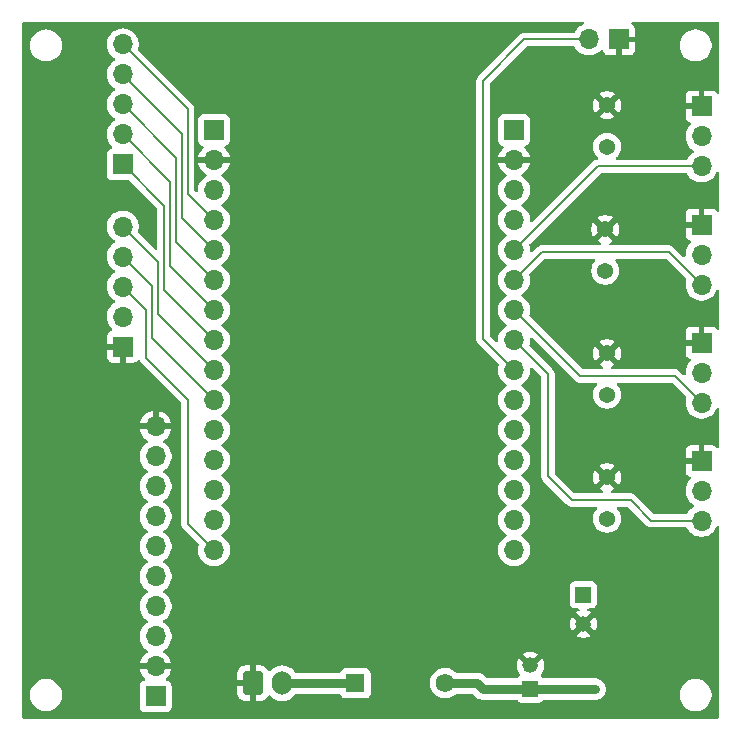
<source format=gbl>
%TF.GenerationSoftware,KiCad,Pcbnew,9.0.0*%
%TF.CreationDate,2025-04-27T01:10:23+09:00*%
%TF.ProjectId,PCB,5043422e-6b69-4636-9164-5f7063625858,rev?*%
%TF.SameCoordinates,Original*%
%TF.FileFunction,Copper,L2,Bot*%
%TF.FilePolarity,Positive*%
%FSLAX46Y46*%
G04 Gerber Fmt 4.6, Leading zero omitted, Abs format (unit mm)*
G04 Created by KiCad (PCBNEW 9.0.0) date 2025-04-27 01:10:23*
%MOMM*%
%LPD*%
G01*
G04 APERTURE LIST*
G04 Aperture macros list*
%AMRoundRect*
0 Rectangle with rounded corners*
0 $1 Rounding radius*
0 $2 $3 $4 $5 $6 $7 $8 $9 X,Y pos of 4 corners*
0 Add a 4 corners polygon primitive as box body*
4,1,4,$2,$3,$4,$5,$6,$7,$8,$9,$2,$3,0*
0 Add four circle primitives for the rounded corners*
1,1,$1+$1,$2,$3*
1,1,$1+$1,$4,$5*
1,1,$1+$1,$6,$7*
1,1,$1+$1,$8,$9*
0 Add four rect primitives between the rounded corners*
20,1,$1+$1,$2,$3,$4,$5,0*
20,1,$1+$1,$4,$5,$6,$7,0*
20,1,$1+$1,$6,$7,$8,$9,0*
20,1,$1+$1,$8,$9,$2,$3,0*%
G04 Aperture macros list end*
%TA.AperFunction,ComponentPad*%
%ADD10C,1.371600*%
%TD*%
%TA.AperFunction,ComponentPad*%
%ADD11R,1.700000X1.700000*%
%TD*%
%TA.AperFunction,ComponentPad*%
%ADD12O,1.700000X1.700000*%
%TD*%
%TA.AperFunction,ComponentPad*%
%ADD13R,1.320800X1.320800*%
%TD*%
%TA.AperFunction,ComponentPad*%
%ADD14C,1.320800*%
%TD*%
%TA.AperFunction,ComponentPad*%
%ADD15R,1.580000X1.580000*%
%TD*%
%TA.AperFunction,ComponentPad*%
%ADD16C,1.580000*%
%TD*%
%TA.AperFunction,ComponentPad*%
%ADD17RoundRect,0.250000X-0.600000X-0.750000X0.600000X-0.750000X0.600000X0.750000X-0.600000X0.750000X0*%
%TD*%
%TA.AperFunction,ComponentPad*%
%ADD18O,1.700000X2.000000*%
%TD*%
%TA.AperFunction,ViaPad*%
%ADD19C,0.600000*%
%TD*%
%TA.AperFunction,Conductor*%
%ADD20C,0.127000*%
%TD*%
%TA.AperFunction,Conductor*%
%ADD21C,0.800000*%
%TD*%
G04 APERTURE END LIST*
D10*
%TO.P,C3,1*%
%TO.N,/+5V*%
X238000000Y-87583250D03*
%TO.P,C3,2*%
%TO.N,/GND*%
X238000000Y-84083249D03*
%TD*%
D11*
%TO.P,J7,1,Pin_1*%
%TO.N,Net-(ESP32-DEVKIT1-D5)*%
X197000000Y-68080000D03*
D12*
%TO.P,J7,2,Pin_2*%
%TO.N,Net-(ESP32-DEVKIT1-TX2)*%
X197000000Y-65540000D03*
%TO.P,J7,3,Pin_3*%
%TO.N,Net-(ESP32-DEVKIT1-RX2)*%
X197000000Y-63000000D03*
%TO.P,J7,4,Pin_4*%
%TO.N,Net-(ESP32-DEVKIT1-D4)*%
X197000000Y-60460000D03*
%TO.P,J7,5,Pin_5*%
%TO.N,Net-(ESP32-DEVKIT1-D2)*%
X197000000Y-57920000D03*
%TD*%
D11*
%TO.P,J6,1,Pin_1*%
%TO.N,/GND*%
X239000000Y-57500000D03*
D12*
%TO.P,J6,2,Pin_2*%
%TO.N,Net-(ESP32-DEVKIT1-D33)*%
X236460000Y-57500000D03*
%TD*%
D11*
%TO.P,J3,1,Pin_1*%
%TO.N,/GND*%
X246000000Y-83170000D03*
D12*
%TO.P,J3,2,Pin_2*%
%TO.N,/+5V*%
X246000000Y-85710000D03*
%TO.P,J3,3,Pin_3*%
%TO.N,Net-(ESP32-DEVKIT1-D26)*%
X246000000Y-88250000D03*
%TD*%
D10*
%TO.P,C4,1*%
%TO.N,/+5V*%
X238000000Y-66583250D03*
%TO.P,C4,2*%
%TO.N,/GND*%
X238000000Y-63083249D03*
%TD*%
D11*
%TO.P,J5,1,Pin_1*%
%TO.N,/GND*%
X246000000Y-63170000D03*
D12*
%TO.P,J5,2,Pin_2*%
%TO.N,/+5V*%
X246000000Y-65710000D03*
%TO.P,J5,3,Pin_3*%
%TO.N,Net-(ESP32-DEVKIT1-D14)*%
X246000000Y-68250000D03*
%TD*%
D11*
%TO.P,J8,1,Pin_1*%
%TO.N,/GND*%
X197000000Y-83500000D03*
D12*
%TO.P,J8,2,Pin_2*%
%TO.N,/+3.3V*%
X197000000Y-80960000D03*
%TO.P,J8,3,Pin_3*%
%TO.N,Net-(ESP32-DEVKIT1-D23)*%
X197000000Y-78420000D03*
%TO.P,J8,4,Pin_4*%
%TO.N,Net-(ESP32-DEVKIT1-D19)*%
X197000000Y-75880000D03*
%TO.P,J8,5,Pin_5*%
%TO.N,Net-(ESP32-DEVKIT1-D18)*%
X197000000Y-73340000D03*
%TD*%
D10*
%TO.P,C1,1*%
%TO.N,/+5V*%
X238000000Y-98083250D03*
%TO.P,C1,2*%
%TO.N,/GND*%
X238000000Y-94583249D03*
%TD*%
D13*
%TO.P,C6,1*%
%TO.N,/+9V*%
X231500000Y-112500000D03*
D14*
%TO.P,C6,2*%
%TO.N,/GND*%
X231500000Y-110493400D03*
%TD*%
D11*
%TO.P,J2,1,Pin_1*%
%TO.N,/GND*%
X246000000Y-93170000D03*
D12*
%TO.P,J2,2,Pin_2*%
%TO.N,/+5V*%
X246000000Y-95710000D03*
%TO.P,J2,3,Pin_3*%
%TO.N,Net-(ESP32-DEVKIT1-D25)*%
X246000000Y-98250000D03*
%TD*%
D15*
%TO.P,SW1,1A*%
%TO.N,/+9V*%
X216690000Y-112000000D03*
D16*
%TO.P,SW1,1B*%
X224310000Y-112000000D03*
%TD*%
D11*
%TO.P,ESP32-DEVKIT1,1,3v3*%
%TO.N,/+3.3V*%
X204725000Y-65160000D03*
D12*
%TO.P,ESP32-DEVKIT1,2,GND*%
%TO.N,/GND*%
X204725000Y-67700000D03*
%TO.P,ESP32-DEVKIT1,3,D15*%
%TO.N,unconnected-(ESP32-DEVKIT1-D15-Pad3)*%
X204725000Y-70240000D03*
%TO.P,ESP32-DEVKIT1,4,D2*%
%TO.N,Net-(ESP32-DEVKIT1-D2)*%
X204725000Y-72780000D03*
%TO.P,ESP32-DEVKIT1,5,D4*%
%TO.N,Net-(ESP32-DEVKIT1-D4)*%
X204725000Y-75320000D03*
%TO.P,ESP32-DEVKIT1,6,RX2*%
%TO.N,Net-(ESP32-DEVKIT1-RX2)*%
X204725000Y-77860000D03*
%TO.P,ESP32-DEVKIT1,7,TX2*%
%TO.N,Net-(ESP32-DEVKIT1-TX2)*%
X204725000Y-80400000D03*
%TO.P,ESP32-DEVKIT1,8,D5*%
%TO.N,Net-(ESP32-DEVKIT1-D5)*%
X204725000Y-82940000D03*
%TO.P,ESP32-DEVKIT1,9,D18*%
%TO.N,Net-(ESP32-DEVKIT1-D18)*%
X204725000Y-85480000D03*
%TO.P,ESP32-DEVKIT1,10,D19*%
%TO.N,Net-(ESP32-DEVKIT1-D19)*%
X204725000Y-88020000D03*
%TO.P,ESP32-DEVKIT1,11,D21*%
%TO.N,Net-(ESP32-DEVKIT1-D21)*%
X204725000Y-90560000D03*
%TO.P,ESP32-DEVKIT1,12,RX0*%
%TO.N,unconnected-(ESP32-DEVKIT1-RX0-Pad12)*%
X204725000Y-93100000D03*
%TO.P,ESP32-DEVKIT1,13,TX0*%
%TO.N,unconnected-(ESP32-DEVKIT1-TX0-Pad13)*%
X204725000Y-95640000D03*
%TO.P,ESP32-DEVKIT1,14,D22*%
%TO.N,Net-(ESP32-DEVKIT1-D22)*%
X204725000Y-98180000D03*
%TO.P,ESP32-DEVKIT1,15,D23*%
%TO.N,Net-(ESP32-DEVKIT1-D23)*%
X204725000Y-100720000D03*
D11*
%TO.P,ESP32-DEVKIT1,16,VIN*%
%TO.N,/+5V*%
X230125000Y-65160000D03*
D12*
%TO.P,ESP32-DEVKIT1,17,GND*%
%TO.N,/GND*%
X230125000Y-67700000D03*
%TO.P,ESP32-DEVKIT1,18,D13*%
%TO.N,unconnected-(ESP32-DEVKIT1-D13-Pad18)*%
X230125000Y-70240000D03*
%TO.P,ESP32-DEVKIT1,19,D12*%
%TO.N,unconnected-(ESP32-DEVKIT1-D12-Pad19)*%
X230125000Y-72780000D03*
%TO.P,ESP32-DEVKIT1,20,D14*%
%TO.N,Net-(ESP32-DEVKIT1-D14)*%
X230125000Y-75320000D03*
%TO.P,ESP32-DEVKIT1,21,D27*%
%TO.N,Net-(ESP32-DEVKIT1-D27)*%
X230125000Y-77860000D03*
%TO.P,ESP32-DEVKIT1,22,D26*%
%TO.N,Net-(ESP32-DEVKIT1-D26)*%
X230125000Y-80400000D03*
%TO.P,ESP32-DEVKIT1,23,D25*%
%TO.N,Net-(ESP32-DEVKIT1-D25)*%
X230125000Y-82940000D03*
%TO.P,ESP32-DEVKIT1,24,D33*%
%TO.N,Net-(ESP32-DEVKIT1-D33)*%
X230125000Y-85480000D03*
%TO.P,ESP32-DEVKIT1,25,D32*%
%TO.N,unconnected-(ESP32-DEVKIT1-D32-Pad25)*%
X230125000Y-88020000D03*
%TO.P,ESP32-DEVKIT1,26,D35*%
%TO.N,unconnected-(ESP32-DEVKIT1-D35-Pad26)*%
X230125000Y-90560000D03*
%TO.P,ESP32-DEVKIT1,27,D34*%
%TO.N,unconnected-(ESP32-DEVKIT1-D34-Pad27)*%
X230125000Y-93100000D03*
%TO.P,ESP32-DEVKIT1,28,VN*%
%TO.N,unconnected-(ESP32-DEVKIT1-VN-Pad28)*%
X230125000Y-95640000D03*
%TO.P,ESP32-DEVKIT1,29,VP*%
%TO.N,unconnected-(ESP32-DEVKIT1-VP-Pad29)*%
X230125000Y-98180000D03*
%TO.P,ESP32-DEVKIT1,30,EN*%
%TO.N,unconnected-(ESP32-DEVKIT1-EN-Pad30)*%
X230125000Y-100720000D03*
%TD*%
D10*
%TO.P,C2,1*%
%TO.N,/+5V*%
X237850000Y-77083250D03*
%TO.P,C2,2*%
%TO.N,/GND*%
X237850000Y-73583249D03*
%TD*%
D11*
%TO.P,J4,1,Pin_1*%
%TO.N,/GND*%
X246000000Y-73170000D03*
D12*
%TO.P,J4,2,Pin_2*%
%TO.N,/+5V*%
X246000000Y-75710000D03*
%TO.P,J4,3,Pin_3*%
%TO.N,Net-(ESP32-DEVKIT1-D27)*%
X246000000Y-78250000D03*
%TD*%
D13*
%TO.P,C7,1*%
%TO.N,/+5V*%
X236000000Y-104500000D03*
D14*
%TO.P,C7,2*%
%TO.N,/GND*%
X236000000Y-106989200D03*
%TD*%
D11*
%TO.P,MPU9250,1,VCC*%
%TO.N,/+3.3V*%
X199775000Y-113120000D03*
D12*
%TO.P,MPU9250,2,GND*%
%TO.N,/GND*%
X199775000Y-110580000D03*
%TO.P,MPU9250,3,SCL*%
%TO.N,Net-(ESP32-DEVKIT1-D22)*%
X199775000Y-108040000D03*
%TO.P,MPU9250,4,SDA*%
%TO.N,Net-(ESP32-DEVKIT1-D21)*%
X199775000Y-105500000D03*
%TO.P,MPU9250,5,EDA*%
%TO.N,unconnected-(MPU9250-EDA-Pad5)*%
X199775000Y-102960000D03*
%TO.P,MPU9250,6,ECL*%
%TO.N,unconnected-(MPU9250-ECL-Pad6)*%
X199775000Y-100420000D03*
%TO.P,MPU9250,7,ADO*%
%TO.N,unconnected-(MPU9250-ADO-Pad7)*%
X199775000Y-97880000D03*
%TO.P,MPU9250,8,INT*%
%TO.N,unconnected-(MPU9250-INT-Pad8)*%
X199775000Y-95340000D03*
%TO.P,MPU9250,9,NCS*%
%TO.N,unconnected-(MPU9250-NCS-Pad9)*%
X199775000Y-92800000D03*
%TO.P,MPU9250,10,FSYNC*%
%TO.N,/GND*%
X199775000Y-90260000D03*
%TD*%
D17*
%TO.P,J1,1,1*%
%TO.N,/GND*%
X208000000Y-112000000D03*
D18*
%TO.P,J1,2,2*%
%TO.N,/+9V*%
X210500000Y-112000000D03*
%TD*%
D19*
%TO.N,/+9V*%
X237000000Y-112500000D03*
%TD*%
D20*
%TO.N,Net-(ESP32-DEVKIT1-D14)*%
X237195000Y-68250000D02*
X246000000Y-68250000D01*
X230125000Y-75320000D02*
X237195000Y-68250000D01*
%TO.N,Net-(ESP32-DEVKIT1-RX2)*%
X201500000Y-74635000D02*
X204725000Y-77860000D01*
X201500000Y-67500000D02*
X201500000Y-74635000D01*
X197000000Y-63000000D02*
X201500000Y-67500000D01*
%TO.N,Net-(ESP32-DEVKIT1-D27)*%
X230125000Y-77860000D02*
X232485000Y-75500000D01*
X230125000Y-77860000D02*
X230390000Y-77860000D01*
X232485000Y-75500000D02*
X243250000Y-75500000D01*
X243250000Y-75500000D02*
X246000000Y-78250000D01*
%TO.N,Net-(ESP32-DEVKIT1-TX2)*%
X197000000Y-65540000D02*
X201000000Y-69540000D01*
X201000000Y-76675000D02*
X204725000Y-80400000D01*
X201000000Y-69540000D02*
X201000000Y-76675000D01*
%TO.N,Net-(ESP32-DEVKIT1-D2)*%
X197000000Y-57920000D02*
X202500000Y-63420000D01*
X202500000Y-70555000D02*
X204725000Y-72780000D01*
X202500000Y-63420000D02*
X202500000Y-70555000D01*
%TO.N,Net-(ESP32-DEVKIT1-D33)*%
X231000000Y-57500000D02*
X236460000Y-57500000D01*
X227500000Y-82855000D02*
X227500000Y-61000000D01*
X227500000Y-61000000D02*
X231000000Y-57500000D01*
X230125000Y-85480000D02*
X227500000Y-82855000D01*
%TO.N,Net-(ESP32-DEVKIT1-D18)*%
X200000000Y-80755000D02*
X204725000Y-85480000D01*
X200000000Y-76340000D02*
X200000000Y-80755000D01*
X197000000Y-73340000D02*
X200000000Y-76340000D01*
%TO.N,Net-(ESP32-DEVKIT1-D23)*%
X202500000Y-98495000D02*
X202500000Y-88000000D01*
X199000000Y-80420000D02*
X197000000Y-78420000D01*
X199000000Y-84500000D02*
X199000000Y-80420000D01*
X204725000Y-100720000D02*
X202500000Y-98495000D01*
X202500000Y-88000000D02*
X199000000Y-84500000D01*
%TO.N,Net-(ESP32-DEVKIT1-D26)*%
X245999999Y-88249999D02*
X246000000Y-88249999D01*
X235725000Y-86000000D02*
X243750000Y-86000000D01*
X230125000Y-80400000D02*
X235725000Y-86000000D01*
X243750000Y-86000000D02*
X245999999Y-88249999D01*
%TO.N,Net-(ESP32-DEVKIT1-D4)*%
X197000000Y-60460000D02*
X197000000Y-60500000D01*
X202000000Y-72595000D02*
X204725000Y-75320000D01*
X202000000Y-65500000D02*
X202000000Y-72595000D01*
X197000000Y-60500000D02*
X202000000Y-65500000D01*
%TO.N,Net-(ESP32-DEVKIT1-D25)*%
X240000000Y-96500000D02*
X235000000Y-96500000D01*
X245290001Y-98250000D02*
X241750000Y-98250000D01*
X235000000Y-96500000D02*
X233000000Y-94500000D01*
X233000000Y-94500000D02*
X233000000Y-85815000D01*
X233000000Y-85815000D02*
X230125000Y-82940000D01*
X246000000Y-97540001D02*
X245290001Y-98250000D01*
X241750000Y-98250000D02*
X240000000Y-96500000D01*
%TO.N,Net-(ESP32-DEVKIT1-D5)*%
X200500000Y-71580000D02*
X200500000Y-78715000D01*
X197000000Y-68080000D02*
X200500000Y-71580000D01*
X200500000Y-78715000D02*
X204725000Y-82940000D01*
%TO.N,Net-(ESP32-DEVKIT1-D19)*%
X197000000Y-75880000D02*
X199500000Y-78380000D01*
X199500000Y-82795000D02*
X204725000Y-88020000D01*
X199500000Y-78380000D02*
X199500000Y-82795000D01*
D21*
%TO.N,/+9V*%
X227500000Y-112500000D02*
X227000000Y-112000000D01*
X210500000Y-112000000D02*
X216690000Y-112000000D01*
X227000000Y-112000000D02*
X224310000Y-112000000D01*
X237000000Y-112500000D02*
X227500000Y-112500000D01*
%TD*%
%TA.AperFunction,Conductor*%
%TO.N,/GND*%
G36*
X235937213Y-56005033D02*
G01*
X235953297Y-56004574D01*
X235970047Y-56014674D01*
X235988813Y-56020185D01*
X235999348Y-56032343D01*
X236013130Y-56040654D01*
X236021761Y-56058209D01*
X236034568Y-56072989D01*
X236036857Y-56088913D01*
X236043958Y-56103355D01*
X236041728Y-56122786D01*
X236044512Y-56142147D01*
X236037827Y-56156784D01*
X236035993Y-56172769D01*
X236023613Y-56187908D01*
X236015487Y-56205703D01*
X236001456Y-56215005D01*
X235991765Y-56226858D01*
X235960094Y-56242429D01*
X235941588Y-56248443D01*
X235941585Y-56248444D01*
X235752179Y-56344951D01*
X235580213Y-56469890D01*
X235429890Y-56620213D01*
X235304949Y-56792182D01*
X235266169Y-56868294D01*
X235218195Y-56919091D01*
X235155684Y-56936000D01*
X230925747Y-56936000D01*
X230782303Y-56974435D01*
X230782300Y-56974436D01*
X230735229Y-57001612D01*
X230735229Y-57001613D01*
X230668382Y-57040208D01*
X230653696Y-57048687D01*
X230653693Y-57048689D01*
X227048689Y-60653693D01*
X227048687Y-60653696D01*
X226977934Y-60776243D01*
X226974435Y-60782304D01*
X226957287Y-60846304D01*
X226956371Y-60849718D01*
X226956366Y-60849737D01*
X226936000Y-60925748D01*
X226936000Y-82929254D01*
X226965282Y-83038540D01*
X226974433Y-83072692D01*
X226974436Y-83072699D01*
X227048684Y-83201300D01*
X227048689Y-83201306D01*
X227160761Y-83313378D01*
X227160767Y-83313383D01*
X228803900Y-84956516D01*
X228837385Y-85017839D01*
X228834150Y-85082515D01*
X228807754Y-85163752D01*
X228807754Y-85163755D01*
X228787069Y-85294353D01*
X228774500Y-85373713D01*
X228774500Y-85586287D01*
X228777260Y-85603713D01*
X228798964Y-85740749D01*
X228807754Y-85796243D01*
X228849674Y-85925260D01*
X228873444Y-85998414D01*
X228969951Y-86187820D01*
X229094890Y-86359786D01*
X229245213Y-86510109D01*
X229417182Y-86635050D01*
X229425946Y-86639516D01*
X229476742Y-86687491D01*
X229493536Y-86755312D01*
X229470998Y-86821447D01*
X229425946Y-86860484D01*
X229417182Y-86864949D01*
X229245213Y-86989890D01*
X229094890Y-87140213D01*
X228969951Y-87312179D01*
X228873444Y-87501585D01*
X228873443Y-87501587D01*
X228873443Y-87501588D01*
X228859550Y-87544346D01*
X228807753Y-87703760D01*
X228774500Y-87913713D01*
X228774500Y-88126286D01*
X228795459Y-88258620D01*
X228807754Y-88336243D01*
X228857098Y-88488109D01*
X228873444Y-88538414D01*
X228969951Y-88727820D01*
X229094890Y-88899786D01*
X229245213Y-89050109D01*
X229417182Y-89175050D01*
X229425946Y-89179516D01*
X229476742Y-89227491D01*
X229493536Y-89295312D01*
X229470998Y-89361447D01*
X229425946Y-89400484D01*
X229417182Y-89404949D01*
X229245213Y-89529890D01*
X229094890Y-89680213D01*
X228969951Y-89852179D01*
X228873444Y-90041585D01*
X228807753Y-90243760D01*
X228774500Y-90453713D01*
X228774500Y-90666286D01*
X228807753Y-90876239D01*
X228873444Y-91078414D01*
X228969951Y-91267820D01*
X229094890Y-91439786D01*
X229245213Y-91590109D01*
X229417182Y-91715050D01*
X229425946Y-91719516D01*
X229476742Y-91767491D01*
X229493536Y-91835312D01*
X229470998Y-91901447D01*
X229425946Y-91940484D01*
X229417182Y-91944949D01*
X229245213Y-92069890D01*
X229094890Y-92220213D01*
X228969951Y-92392179D01*
X228873444Y-92581585D01*
X228807753Y-92783760D01*
X228795204Y-92862993D01*
X228774500Y-92993713D01*
X228774500Y-93206287D01*
X228807754Y-93416243D01*
X228862759Y-93585531D01*
X228873444Y-93618414D01*
X228969951Y-93807820D01*
X229094890Y-93979786D01*
X229245213Y-94130109D01*
X229417182Y-94255050D01*
X229425946Y-94259516D01*
X229476742Y-94307491D01*
X229493536Y-94375312D01*
X229470998Y-94441447D01*
X229425946Y-94480484D01*
X229417182Y-94484949D01*
X229245213Y-94609890D01*
X229094890Y-94760213D01*
X228969951Y-94932179D01*
X228873444Y-95121585D01*
X228807753Y-95323760D01*
X228774501Y-95533706D01*
X228774500Y-95533712D01*
X228774500Y-95746286D01*
X228804547Y-95936000D01*
X228807754Y-95956243D01*
X228871911Y-96153698D01*
X228873444Y-96158414D01*
X228969951Y-96347820D01*
X229094890Y-96519786D01*
X229245213Y-96670109D01*
X229417182Y-96795050D01*
X229425946Y-96799516D01*
X229476742Y-96847491D01*
X229493536Y-96915312D01*
X229470998Y-96981447D01*
X229425946Y-97020484D01*
X229417182Y-97024949D01*
X229245213Y-97149890D01*
X229094890Y-97300213D01*
X228969951Y-97472179D01*
X228873444Y-97661585D01*
X228807753Y-97863760D01*
X228774500Y-98073713D01*
X228774500Y-98286286D01*
X228791909Y-98396206D01*
X228807754Y-98496243D01*
X228866469Y-98676949D01*
X228873444Y-98698414D01*
X228969951Y-98887820D01*
X229094890Y-99059786D01*
X229245213Y-99210109D01*
X229417182Y-99335050D01*
X229425946Y-99339516D01*
X229476742Y-99387491D01*
X229493536Y-99455312D01*
X229470998Y-99521447D01*
X229425946Y-99560484D01*
X229417182Y-99564949D01*
X229245213Y-99689890D01*
X229094890Y-99840213D01*
X228969951Y-100012179D01*
X228873444Y-100201585D01*
X228807753Y-100403760D01*
X228788347Y-100526286D01*
X228774500Y-100613713D01*
X228774500Y-100826287D01*
X228807754Y-101036243D01*
X228837509Y-101127820D01*
X228873444Y-101238414D01*
X228969951Y-101427820D01*
X229094890Y-101599786D01*
X229245213Y-101750109D01*
X229417179Y-101875048D01*
X229417181Y-101875049D01*
X229417184Y-101875051D01*
X229606588Y-101971557D01*
X229808757Y-102037246D01*
X230018713Y-102070500D01*
X230018714Y-102070500D01*
X230231286Y-102070500D01*
X230231287Y-102070500D01*
X230441243Y-102037246D01*
X230643412Y-101971557D01*
X230832816Y-101875051D01*
X230935447Y-101800486D01*
X231004786Y-101750109D01*
X231004788Y-101750106D01*
X231004792Y-101750104D01*
X231155104Y-101599792D01*
X231155106Y-101599788D01*
X231155109Y-101599786D01*
X231280048Y-101427820D01*
X231280047Y-101427820D01*
X231280051Y-101427816D01*
X231376557Y-101238412D01*
X231442246Y-101036243D01*
X231475500Y-100826287D01*
X231475500Y-100613713D01*
X231442246Y-100403757D01*
X231376557Y-100201588D01*
X231280051Y-100012184D01*
X231280049Y-100012181D01*
X231280048Y-100012179D01*
X231155109Y-99840213D01*
X231004786Y-99689890D01*
X230832820Y-99564951D01*
X230832115Y-99564591D01*
X230824054Y-99560485D01*
X230773259Y-99512512D01*
X230756463Y-99444692D01*
X230778999Y-99378556D01*
X230824054Y-99339515D01*
X230832816Y-99335051D01*
X230935447Y-99260486D01*
X231004786Y-99210109D01*
X231004788Y-99210106D01*
X231004792Y-99210104D01*
X231155104Y-99059792D01*
X231155106Y-99059788D01*
X231155109Y-99059786D01*
X231280048Y-98887820D01*
X231280047Y-98887820D01*
X231280051Y-98887816D01*
X231376557Y-98698412D01*
X231442246Y-98496243D01*
X231475500Y-98286287D01*
X231475500Y-98073713D01*
X231442246Y-97863757D01*
X231376557Y-97661588D01*
X231280051Y-97472184D01*
X231280049Y-97472181D01*
X231280048Y-97472179D01*
X231155109Y-97300213D01*
X231004786Y-97149890D01*
X230832820Y-97024951D01*
X230832115Y-97024591D01*
X230824054Y-97020485D01*
X230773259Y-96972512D01*
X230756463Y-96904692D01*
X230778999Y-96838556D01*
X230824054Y-96799515D01*
X230832816Y-96795051D01*
X230935447Y-96720486D01*
X231004786Y-96670109D01*
X231004788Y-96670106D01*
X231004792Y-96670104D01*
X231155104Y-96519792D01*
X231155106Y-96519788D01*
X231155109Y-96519786D01*
X231280048Y-96347820D01*
X231280047Y-96347820D01*
X231280051Y-96347816D01*
X231376557Y-96158412D01*
X231442246Y-95956243D01*
X231475500Y-95746287D01*
X231475500Y-95533713D01*
X231442246Y-95323757D01*
X231376557Y-95121588D01*
X231280051Y-94932184D01*
X231280049Y-94932181D01*
X231280048Y-94932179D01*
X231155109Y-94760213D01*
X231004786Y-94609890D01*
X230832820Y-94484951D01*
X230832115Y-94484591D01*
X230824054Y-94480485D01*
X230773259Y-94432512D01*
X230756463Y-94364692D01*
X230778999Y-94298556D01*
X230824054Y-94259515D01*
X230832816Y-94255051D01*
X230929304Y-94184949D01*
X231004786Y-94130109D01*
X231004788Y-94130106D01*
X231004792Y-94130104D01*
X231155104Y-93979792D01*
X231155106Y-93979788D01*
X231155109Y-93979786D01*
X231280048Y-93807820D01*
X231280047Y-93807820D01*
X231280051Y-93807816D01*
X231376557Y-93618412D01*
X231442246Y-93416243D01*
X231475500Y-93206287D01*
X231475500Y-92993713D01*
X231442246Y-92783757D01*
X231376557Y-92581588D01*
X231280051Y-92392184D01*
X231280049Y-92392181D01*
X231280048Y-92392179D01*
X231155109Y-92220213D01*
X231004786Y-92069890D01*
X230832820Y-91944951D01*
X230832115Y-91944591D01*
X230824054Y-91940485D01*
X230773259Y-91892512D01*
X230756463Y-91824692D01*
X230778999Y-91758556D01*
X230824054Y-91719515D01*
X230832816Y-91715051D01*
X230935838Y-91640202D01*
X231004786Y-91590109D01*
X231004788Y-91590106D01*
X231004792Y-91590104D01*
X231155104Y-91439792D01*
X231155106Y-91439788D01*
X231155109Y-91439786D01*
X231280048Y-91267820D01*
X231280047Y-91267820D01*
X231280051Y-91267816D01*
X231376557Y-91078412D01*
X231442246Y-90876243D01*
X231475500Y-90666287D01*
X231475500Y-90453713D01*
X231442246Y-90243757D01*
X231376557Y-90041588D01*
X231280051Y-89852184D01*
X231280049Y-89852181D01*
X231280048Y-89852179D01*
X231155109Y-89680213D01*
X231004786Y-89529890D01*
X230832820Y-89404951D01*
X230832115Y-89404591D01*
X230824054Y-89400485D01*
X230773259Y-89352512D01*
X230756463Y-89284692D01*
X230778999Y-89218556D01*
X230824054Y-89179515D01*
X230832816Y-89175051D01*
X230895110Y-89129792D01*
X231004786Y-89050109D01*
X231004788Y-89050106D01*
X231004792Y-89050104D01*
X231155104Y-88899792D01*
X231155106Y-88899788D01*
X231155109Y-88899786D01*
X231280048Y-88727820D01*
X231280047Y-88727820D01*
X231280051Y-88727816D01*
X231376557Y-88538412D01*
X231442246Y-88336243D01*
X231475500Y-88126287D01*
X231475500Y-87913713D01*
X231442246Y-87703757D01*
X231376557Y-87501588D01*
X231280051Y-87312184D01*
X231280049Y-87312181D01*
X231280048Y-87312179D01*
X231155109Y-87140213D01*
X231004786Y-86989890D01*
X230832820Y-86864951D01*
X230832115Y-86864591D01*
X230824054Y-86860485D01*
X230773259Y-86812512D01*
X230756463Y-86744692D01*
X230778999Y-86678556D01*
X230824054Y-86639515D01*
X230832816Y-86635051D01*
X230895110Y-86589792D01*
X231004786Y-86510109D01*
X231004792Y-86510104D01*
X231063583Y-86451313D01*
X231155104Y-86359792D01*
X231155106Y-86359788D01*
X231155109Y-86359786D01*
X231280048Y-86187820D01*
X231280047Y-86187820D01*
X231280051Y-86187816D01*
X231376557Y-85998412D01*
X231442246Y-85796243D01*
X231475500Y-85586287D01*
X231475500Y-85387478D01*
X231495185Y-85320439D01*
X231547989Y-85274684D01*
X231617147Y-85264740D01*
X231680703Y-85293765D01*
X231687181Y-85299797D01*
X232399681Y-86012297D01*
X232433166Y-86073620D01*
X232436000Y-86099978D01*
X232436000Y-94425747D01*
X232436000Y-94574253D01*
X232453483Y-94639500D01*
X232474435Y-94717696D01*
X232548687Y-94846304D01*
X232548689Y-94846306D01*
X232660761Y-94958378D01*
X232660767Y-94958383D01*
X234544346Y-96841962D01*
X234544356Y-96841973D01*
X234548686Y-96846303D01*
X234548687Y-96846304D01*
X234653696Y-96951313D01*
X234763028Y-97014436D01*
X234782304Y-97025565D01*
X234925747Y-97064000D01*
X234925748Y-97064000D01*
X237042207Y-97064000D01*
X237109246Y-97083685D01*
X237155001Y-97136489D01*
X237164945Y-97205647D01*
X237135920Y-97269203D01*
X237129888Y-97275681D01*
X237095143Y-97310425D01*
X237095142Y-97310426D01*
X236985385Y-97461492D01*
X236900614Y-97627866D01*
X236842910Y-97805460D01*
X236813700Y-97989886D01*
X236813700Y-98176613D01*
X236842157Y-98356287D01*
X236842911Y-98361043D01*
X236900613Y-98538631D01*
X236985385Y-98705007D01*
X237095141Y-98856072D01*
X237227178Y-98988109D01*
X237378243Y-99097865D01*
X237544619Y-99182637D01*
X237722207Y-99240339D01*
X237906636Y-99269550D01*
X237906637Y-99269550D01*
X238093363Y-99269550D01*
X238093364Y-99269550D01*
X238277793Y-99240339D01*
X238455381Y-99182637D01*
X238621757Y-99097865D01*
X238772822Y-98988109D01*
X238904859Y-98856072D01*
X239014615Y-98705007D01*
X239099387Y-98538631D01*
X239157089Y-98361043D01*
X239186300Y-98176614D01*
X239186300Y-97989886D01*
X239157089Y-97805457D01*
X239099387Y-97627869D01*
X239014615Y-97461493D01*
X238904859Y-97310428D01*
X238870112Y-97275681D01*
X238836627Y-97214358D01*
X238841611Y-97144666D01*
X238883483Y-97088733D01*
X238948947Y-97064316D01*
X238957793Y-97064000D01*
X239715022Y-97064000D01*
X239782061Y-97083685D01*
X239802702Y-97100318D01*
X241403696Y-98701313D01*
X241403697Y-98701314D01*
X241403699Y-98701315D01*
X241532300Y-98775563D01*
X241532301Y-98775563D01*
X241532304Y-98775565D01*
X241675748Y-98814001D01*
X241675751Y-98814001D01*
X241831849Y-98814001D01*
X241831865Y-98814000D01*
X244695684Y-98814000D01*
X244762723Y-98833685D01*
X244806169Y-98881706D01*
X244844949Y-98957817D01*
X244969890Y-99129786D01*
X245120213Y-99280109D01*
X245292179Y-99405048D01*
X245292181Y-99405049D01*
X245292184Y-99405051D01*
X245481588Y-99501557D01*
X245683757Y-99567246D01*
X245893713Y-99600500D01*
X245893714Y-99600500D01*
X246106286Y-99600500D01*
X246106287Y-99600500D01*
X246316243Y-99567246D01*
X246518412Y-99501557D01*
X246707816Y-99405051D01*
X246731985Y-99387491D01*
X246879786Y-99280109D01*
X246879788Y-99280106D01*
X246879792Y-99280104D01*
X247030104Y-99129792D01*
X247030106Y-99129788D01*
X247030109Y-99129786D01*
X247155048Y-98957820D01*
X247155050Y-98957817D01*
X247155051Y-98957816D01*
X247251557Y-98768412D01*
X247257569Y-98749907D01*
X247297006Y-98692232D01*
X247361365Y-98665034D01*
X247430211Y-98676949D01*
X247481687Y-98724193D01*
X247499500Y-98788226D01*
X247499500Y-114875500D01*
X247479815Y-114942539D01*
X247427011Y-114988294D01*
X247375500Y-114999500D01*
X188624500Y-114999500D01*
X188557461Y-114979815D01*
X188511706Y-114927011D01*
X188500500Y-114875500D01*
X188500500Y-112893713D01*
X189149500Y-112893713D01*
X189149500Y-113106286D01*
X189179866Y-113298013D01*
X189182754Y-113316243D01*
X189242460Y-113499999D01*
X189248444Y-113518414D01*
X189344951Y-113707820D01*
X189469890Y-113879786D01*
X189620213Y-114030109D01*
X189792179Y-114155048D01*
X189792181Y-114155049D01*
X189792184Y-114155051D01*
X189981588Y-114251557D01*
X190183757Y-114317246D01*
X190393713Y-114350500D01*
X190393714Y-114350500D01*
X190606286Y-114350500D01*
X190606287Y-114350500D01*
X190816243Y-114317246D01*
X191018412Y-114251557D01*
X191207816Y-114155051D01*
X191314580Y-114077483D01*
X191379786Y-114030109D01*
X191379788Y-114030106D01*
X191379792Y-114030104D01*
X191530104Y-113879792D01*
X191530106Y-113879788D01*
X191530109Y-113879786D01*
X191655048Y-113707820D01*
X191655047Y-113707820D01*
X191655051Y-113707816D01*
X191751557Y-113518412D01*
X191817246Y-113316243D01*
X191850500Y-113106287D01*
X191850500Y-112893713D01*
X191817246Y-112683757D01*
X191751557Y-112481588D01*
X191655051Y-112292184D01*
X191655049Y-112292182D01*
X191655047Y-112292177D01*
X191654689Y-112291684D01*
X191530109Y-112120214D01*
X191530105Y-112120209D01*
X191379786Y-111969890D01*
X191207820Y-111844951D01*
X191018414Y-111748444D01*
X191018413Y-111748443D01*
X191018412Y-111748443D01*
X190816243Y-111682754D01*
X190816241Y-111682753D01*
X190816240Y-111682753D01*
X190654957Y-111657208D01*
X190606287Y-111649500D01*
X190393713Y-111649500D01*
X190345042Y-111657208D01*
X190183760Y-111682753D01*
X189981585Y-111748444D01*
X189792179Y-111844951D01*
X189620213Y-111969890D01*
X189469890Y-112120213D01*
X189344951Y-112292179D01*
X189248444Y-112481585D01*
X189182753Y-112683760D01*
X189149500Y-112893713D01*
X188500500Y-112893713D01*
X188500500Y-92693713D01*
X198424500Y-92693713D01*
X198424500Y-92906286D01*
X198457246Y-93113039D01*
X198457754Y-93116243D01*
X198487011Y-93206287D01*
X198523444Y-93318414D01*
X198619951Y-93507820D01*
X198744890Y-93679786D01*
X198895213Y-93830109D01*
X199067182Y-93955050D01*
X199075946Y-93959516D01*
X199126742Y-94007491D01*
X199143536Y-94075312D01*
X199120998Y-94141447D01*
X199075946Y-94180484D01*
X199067182Y-94184949D01*
X198895213Y-94309890D01*
X198744890Y-94460213D01*
X198619951Y-94632179D01*
X198523444Y-94821585D01*
X198457753Y-95023760D01*
X198424500Y-95233713D01*
X198424500Y-95446286D01*
X198448439Y-95597435D01*
X198457754Y-95656243D01*
X198509755Y-95816286D01*
X198523444Y-95858414D01*
X198619951Y-96047820D01*
X198744890Y-96219786D01*
X198895213Y-96370109D01*
X199067182Y-96495050D01*
X199075946Y-96499516D01*
X199126742Y-96547491D01*
X199143536Y-96615312D01*
X199120998Y-96681447D01*
X199075946Y-96720484D01*
X199067182Y-96724949D01*
X198895213Y-96849890D01*
X198744890Y-97000213D01*
X198619951Y-97172179D01*
X198523444Y-97361585D01*
X198457753Y-97563760D01*
X198438392Y-97686000D01*
X198424500Y-97773713D01*
X198424500Y-97986287D01*
X198457754Y-98196243D01*
X198522726Y-98396206D01*
X198523444Y-98398414D01*
X198619951Y-98587820D01*
X198744890Y-98759786D01*
X198895213Y-98910109D01*
X199067182Y-99035050D01*
X199075946Y-99039516D01*
X199126742Y-99087491D01*
X199143536Y-99155312D01*
X199120998Y-99221447D01*
X199075946Y-99260484D01*
X199067182Y-99264949D01*
X198895213Y-99389890D01*
X198744890Y-99540213D01*
X198619951Y-99712179D01*
X198523444Y-99901585D01*
X198457753Y-100103760D01*
X198424500Y-100313713D01*
X198424500Y-100526287D01*
X198457754Y-100736243D01*
X198487011Y-100826287D01*
X198523444Y-100938414D01*
X198619951Y-101127820D01*
X198744890Y-101299786D01*
X198895213Y-101450109D01*
X199067182Y-101575050D01*
X199075946Y-101579516D01*
X199126742Y-101627491D01*
X199143536Y-101695312D01*
X199120998Y-101761447D01*
X199075946Y-101800484D01*
X199067182Y-101804949D01*
X198895213Y-101929890D01*
X198744890Y-102080213D01*
X198619951Y-102252179D01*
X198523444Y-102441585D01*
X198457753Y-102643760D01*
X198424500Y-102853713D01*
X198424500Y-103066287D01*
X198457754Y-103276243D01*
X198496601Y-103395802D01*
X198523444Y-103478414D01*
X198619951Y-103667820D01*
X198744890Y-103839786D01*
X198895213Y-103990109D01*
X199067182Y-104115050D01*
X199075946Y-104119516D01*
X199126742Y-104167491D01*
X199143536Y-104235312D01*
X199120998Y-104301447D01*
X199075946Y-104340484D01*
X199067182Y-104344949D01*
X198895213Y-104469890D01*
X198744890Y-104620213D01*
X198619951Y-104792179D01*
X198523444Y-104981585D01*
X198457753Y-105183760D01*
X198424500Y-105393713D01*
X198424500Y-105606286D01*
X198455584Y-105802546D01*
X198457754Y-105816243D01*
X198516402Y-105996743D01*
X198523444Y-106018414D01*
X198619951Y-106207820D01*
X198744890Y-106379786D01*
X198895213Y-106530109D01*
X199067182Y-106655050D01*
X199075946Y-106659516D01*
X199126742Y-106707491D01*
X199143536Y-106775312D01*
X199120998Y-106841447D01*
X199075946Y-106880484D01*
X199067182Y-106884949D01*
X198895213Y-107009890D01*
X198744890Y-107160213D01*
X198619951Y-107332179D01*
X198523444Y-107521585D01*
X198457753Y-107723760D01*
X198424500Y-107933713D01*
X198424500Y-108146286D01*
X198457753Y-108356239D01*
X198523444Y-108558414D01*
X198619951Y-108747820D01*
X198744890Y-108919786D01*
X198895213Y-109070109D01*
X199067179Y-109195048D01*
X199067181Y-109195049D01*
X199067184Y-109195051D01*
X199076493Y-109199794D01*
X199127290Y-109247766D01*
X199144087Y-109315587D01*
X199121552Y-109381722D01*
X199076502Y-109420762D01*
X199067443Y-109425378D01*
X198895540Y-109550272D01*
X198895535Y-109550276D01*
X198745276Y-109700535D01*
X198745272Y-109700540D01*
X198620379Y-109872442D01*
X198523904Y-110061782D01*
X198458242Y-110263870D01*
X198458242Y-110263873D01*
X198447769Y-110330000D01*
X199341988Y-110330000D01*
X199309075Y-110387007D01*
X199275000Y-110514174D01*
X199275000Y-110645826D01*
X199309075Y-110772993D01*
X199341988Y-110830000D01*
X198447769Y-110830000D01*
X198458242Y-110896126D01*
X198458242Y-110896129D01*
X198523904Y-111098217D01*
X198620379Y-111287557D01*
X198745272Y-111459459D01*
X198745276Y-111459464D01*
X198858946Y-111573134D01*
X198892431Y-111634457D01*
X198887447Y-111704149D01*
X198845575Y-111760082D01*
X198814598Y-111776997D01*
X198682671Y-111826202D01*
X198682664Y-111826206D01*
X198567455Y-111912452D01*
X198567452Y-111912455D01*
X198481206Y-112027664D01*
X198481202Y-112027671D01*
X198430908Y-112162517D01*
X198424501Y-112222116D01*
X198424500Y-112222135D01*
X198424500Y-114017870D01*
X198424501Y-114017876D01*
X198430908Y-114077483D01*
X198481202Y-114212328D01*
X198481206Y-114212335D01*
X198567452Y-114327544D01*
X198567455Y-114327547D01*
X198682664Y-114413793D01*
X198682671Y-114413797D01*
X198817517Y-114464091D01*
X198817516Y-114464091D01*
X198824444Y-114464835D01*
X198877127Y-114470500D01*
X200672872Y-114470499D01*
X200732483Y-114464091D01*
X200867331Y-114413796D01*
X200982546Y-114327546D01*
X201068796Y-114212331D01*
X201119091Y-114077483D01*
X201125500Y-114017873D01*
X201125499Y-112222128D01*
X201125498Y-112222116D01*
X201124399Y-112211889D01*
X201122139Y-112190878D01*
X201119091Y-112162517D01*
X201068796Y-112027669D01*
X201068795Y-112027668D01*
X201068793Y-112027664D01*
X200982547Y-111912455D01*
X200982544Y-111912452D01*
X200867335Y-111826206D01*
X200867328Y-111826202D01*
X200735401Y-111776997D01*
X200679467Y-111735126D01*
X200655050Y-111669662D01*
X200669902Y-111601389D01*
X200691053Y-111573133D01*
X200804728Y-111459458D01*
X200929620Y-111287557D01*
X200974227Y-111200013D01*
X206650000Y-111200013D01*
X206650000Y-111750000D01*
X207566988Y-111750000D01*
X207534075Y-111807007D01*
X207500000Y-111934174D01*
X207500000Y-112065826D01*
X207534075Y-112192993D01*
X207566988Y-112250000D01*
X206650001Y-112250000D01*
X206650001Y-112799986D01*
X206660494Y-112902697D01*
X206715641Y-113069119D01*
X206715643Y-113069124D01*
X206807684Y-113218345D01*
X206931654Y-113342315D01*
X207080875Y-113434356D01*
X207080880Y-113434358D01*
X207247302Y-113489505D01*
X207247309Y-113489506D01*
X207350019Y-113499999D01*
X207749999Y-113499999D01*
X207750000Y-113499998D01*
X207750000Y-112433012D01*
X207807007Y-112465925D01*
X207934174Y-112500000D01*
X208065826Y-112500000D01*
X208192993Y-112465925D01*
X208250000Y-112433012D01*
X208250000Y-113499999D01*
X208649972Y-113499999D01*
X208649986Y-113499998D01*
X208752697Y-113489505D01*
X208919119Y-113434358D01*
X208919124Y-113434356D01*
X209068345Y-113342315D01*
X209192317Y-113218343D01*
X209287815Y-113063516D01*
X209339763Y-113016791D01*
X209408725Y-113005568D01*
X209472808Y-113033412D01*
X209481035Y-113040931D01*
X209620213Y-113180109D01*
X209792179Y-113305048D01*
X209792181Y-113305049D01*
X209792184Y-113305051D01*
X209981588Y-113401557D01*
X210183757Y-113467246D01*
X210393713Y-113500500D01*
X210393714Y-113500500D01*
X210606286Y-113500500D01*
X210606287Y-113500500D01*
X210816243Y-113467246D01*
X211018412Y-113401557D01*
X211207816Y-113305051D01*
X211236665Y-113284091D01*
X211379786Y-113180109D01*
X211379788Y-113180106D01*
X211379792Y-113180104D01*
X211530104Y-113029792D01*
X211547704Y-113005568D01*
X211586903Y-112951615D01*
X211642233Y-112908949D01*
X211687221Y-112900500D01*
X215320939Y-112900500D01*
X215387978Y-112920185D01*
X215433733Y-112972989D01*
X215437121Y-112981168D01*
X215456201Y-113032326D01*
X215456206Y-113032335D01*
X215542452Y-113147544D01*
X215542455Y-113147547D01*
X215657664Y-113233793D01*
X215657671Y-113233797D01*
X215792517Y-113284091D01*
X215792516Y-113284091D01*
X215799444Y-113284835D01*
X215852127Y-113290500D01*
X217527872Y-113290499D01*
X217587483Y-113284091D01*
X217722331Y-113233796D01*
X217837546Y-113147546D01*
X217923796Y-113032331D01*
X217974091Y-112897483D01*
X217980500Y-112837873D01*
X217980499Y-111898435D01*
X223019500Y-111898435D01*
X223019500Y-112101564D01*
X223051277Y-112302194D01*
X223051277Y-112302197D01*
X223114045Y-112495377D01*
X223206268Y-112676372D01*
X223325656Y-112840697D01*
X223325660Y-112840702D01*
X223469297Y-112984339D01*
X223469302Y-112984343D01*
X223585987Y-113069119D01*
X223633631Y-113103734D01*
X223783515Y-113180104D01*
X223814622Y-113195954D01*
X224007803Y-113258722D01*
X224007804Y-113258722D01*
X224007807Y-113258723D01*
X224208435Y-113290500D01*
X224208436Y-113290500D01*
X224411564Y-113290500D01*
X224411565Y-113290500D01*
X224612193Y-113258723D01*
X224612196Y-113258722D01*
X224612197Y-113258722D01*
X224805377Y-113195954D01*
X224805377Y-113195953D01*
X224805380Y-113195953D01*
X224986369Y-113103734D01*
X225150704Y-112984338D01*
X225198223Y-112936819D01*
X225259546Y-112903334D01*
X225285904Y-112900500D01*
X226575639Y-112900500D01*
X226605079Y-112909144D01*
X226635066Y-112915668D01*
X226640081Y-112919422D01*
X226642678Y-112920185D01*
X226663320Y-112936819D01*
X226800536Y-113074035D01*
X226874045Y-113147544D01*
X226925966Y-113199465D01*
X227014650Y-113258722D01*
X227073453Y-113298013D01*
X227117463Y-113316242D01*
X227117464Y-113316243D01*
X227117465Y-113316243D01*
X227237334Y-113365895D01*
X227411303Y-113400499D01*
X227411307Y-113400500D01*
X227411308Y-113400500D01*
X227411309Y-113400500D01*
X230332065Y-113400500D01*
X230399104Y-113420185D01*
X230431328Y-113450186D01*
X230482054Y-113517946D01*
X230528243Y-113552523D01*
X230597264Y-113604193D01*
X230597271Y-113604197D01*
X230732117Y-113654491D01*
X230732116Y-113654491D01*
X230739044Y-113655235D01*
X230791727Y-113660900D01*
X232208272Y-113660899D01*
X232267883Y-113654491D01*
X232402731Y-113604196D01*
X232517946Y-113517946D01*
X232568670Y-113450187D01*
X232624602Y-113408318D01*
X232667935Y-113400500D01*
X237088693Y-113400500D01*
X237088694Y-113400499D01*
X237146682Y-113388964D01*
X237262658Y-113365896D01*
X237262661Y-113365894D01*
X237262666Y-113365894D01*
X237426547Y-113298013D01*
X237574035Y-113199464D01*
X237699464Y-113074035D01*
X237798013Y-112926547D01*
X237811613Y-112893713D01*
X244149500Y-112893713D01*
X244149500Y-113106286D01*
X244179866Y-113298013D01*
X244182754Y-113316243D01*
X244242460Y-113499999D01*
X244248444Y-113518414D01*
X244344951Y-113707820D01*
X244469890Y-113879786D01*
X244620213Y-114030109D01*
X244792179Y-114155048D01*
X244792181Y-114155049D01*
X244792184Y-114155051D01*
X244981588Y-114251557D01*
X245183757Y-114317246D01*
X245393713Y-114350500D01*
X245393714Y-114350500D01*
X245606286Y-114350500D01*
X245606287Y-114350500D01*
X245816243Y-114317246D01*
X246018412Y-114251557D01*
X246207816Y-114155051D01*
X246314580Y-114077483D01*
X246379786Y-114030109D01*
X246379788Y-114030106D01*
X246379792Y-114030104D01*
X246530104Y-113879792D01*
X246530106Y-113879788D01*
X246530109Y-113879786D01*
X246655048Y-113707820D01*
X246655047Y-113707820D01*
X246655051Y-113707816D01*
X246751557Y-113518412D01*
X246817246Y-113316243D01*
X246850500Y-113106287D01*
X246850500Y-112893713D01*
X246817246Y-112683757D01*
X246751557Y-112481588D01*
X246655051Y-112292184D01*
X246655049Y-112292181D01*
X246655048Y-112292179D01*
X246530109Y-112120213D01*
X246379786Y-111969890D01*
X246207820Y-111844951D01*
X246018414Y-111748444D01*
X246018413Y-111748443D01*
X246018412Y-111748443D01*
X245816243Y-111682754D01*
X245816241Y-111682753D01*
X245816240Y-111682753D01*
X245654957Y-111657208D01*
X245606287Y-111649500D01*
X245393713Y-111649500D01*
X245345042Y-111657208D01*
X245183760Y-111682753D01*
X244981585Y-111748444D01*
X244792179Y-111844951D01*
X244620213Y-111969890D01*
X244469890Y-112120213D01*
X244344951Y-112292179D01*
X244248444Y-112481585D01*
X244182753Y-112683760D01*
X244149500Y-112893713D01*
X237811613Y-112893713D01*
X237865894Y-112762666D01*
X237881590Y-112683760D01*
X237900499Y-112588695D01*
X237900500Y-112588693D01*
X237900500Y-112411306D01*
X237900499Y-112411304D01*
X237865896Y-112237341D01*
X237865893Y-112237332D01*
X237859595Y-112222128D01*
X237817382Y-112120214D01*
X237798016Y-112073459D01*
X237798009Y-112073446D01*
X237699464Y-111925965D01*
X237699461Y-111925961D01*
X237574038Y-111800538D01*
X237574034Y-111800535D01*
X237426553Y-111701990D01*
X237426540Y-111701983D01*
X237262667Y-111634106D01*
X237262658Y-111634103D01*
X237088694Y-111599500D01*
X237088691Y-111599500D01*
X232667935Y-111599500D01*
X232600896Y-111579815D01*
X232582220Y-111565105D01*
X232574815Y-111558022D01*
X232517946Y-111482054D01*
X232414253Y-111404429D01*
X232408847Y-111399258D01*
X232395009Y-111375200D01*
X232378380Y-111352986D01*
X232377833Y-111345338D01*
X232374010Y-111338692D01*
X232375375Y-111310974D01*
X232373396Y-111283294D01*
X232377152Y-111274911D01*
X232377448Y-111268907D01*
X232383869Y-111259920D01*
X232394244Y-111236767D01*
X232492462Y-111101582D01*
X232575383Y-110938843D01*
X232631827Y-110765128D01*
X232660400Y-110584730D01*
X232660400Y-110402069D01*
X232631827Y-110221671D01*
X232575383Y-110047956D01*
X232492462Y-109885217D01*
X232479531Y-109867420D01*
X232479531Y-109867419D01*
X231906400Y-110440551D01*
X231906400Y-110439896D01*
X231878705Y-110336535D01*
X231825201Y-110243864D01*
X231749536Y-110168199D01*
X231656865Y-110114695D01*
X231553504Y-110087000D01*
X231552847Y-110087000D01*
X232125978Y-109513867D01*
X232108178Y-109500935D01*
X231945443Y-109418016D01*
X231771728Y-109361572D01*
X231591330Y-109333000D01*
X231408670Y-109333000D01*
X231228271Y-109361572D01*
X231054556Y-109418016D01*
X230891813Y-109500939D01*
X230891808Y-109500943D01*
X230874020Y-109513865D01*
X230874020Y-109513868D01*
X231447154Y-110087000D01*
X231446496Y-110087000D01*
X231343135Y-110114695D01*
X231250464Y-110168199D01*
X231174799Y-110243864D01*
X231121295Y-110336535D01*
X231093600Y-110439896D01*
X231093600Y-110440552D01*
X230520468Y-109867420D01*
X230520465Y-109867420D01*
X230507543Y-109885208D01*
X230507539Y-109885213D01*
X230424616Y-110047956D01*
X230368172Y-110221671D01*
X230339600Y-110402069D01*
X230339600Y-110584730D01*
X230368172Y-110765128D01*
X230424616Y-110938843D01*
X230507537Y-111101582D01*
X230605755Y-111236767D01*
X230605926Y-111237247D01*
X230606328Y-111237562D01*
X230617658Y-111270128D01*
X230629235Y-111302574D01*
X230629119Y-111303070D01*
X230629287Y-111303552D01*
X230621230Y-111336995D01*
X230613410Y-111370628D01*
X230613002Y-111371151D01*
X230612924Y-111371479D01*
X230611491Y-111373095D01*
X230591152Y-111399257D01*
X230585737Y-111404436D01*
X230482054Y-111482054D01*
X230425186Y-111558018D01*
X230417780Y-111565104D01*
X230395492Y-111576640D01*
X230375398Y-111591682D01*
X230361632Y-111594165D01*
X230355729Y-111597221D01*
X230348472Y-111596539D01*
X230332065Y-111599500D01*
X227924362Y-111599500D01*
X227857323Y-111579815D01*
X227836681Y-111563181D01*
X227574035Y-111300535D01*
X227574030Y-111300531D01*
X227519982Y-111264418D01*
X227519973Y-111264413D01*
X227514959Y-111261063D01*
X227426547Y-111201987D01*
X227330318Y-111162128D01*
X227324642Y-111159777D01*
X227324633Y-111159772D01*
X227262666Y-111134105D01*
X227262658Y-111134103D01*
X227088696Y-111099500D01*
X227088692Y-111099500D01*
X227088691Y-111099500D01*
X225285904Y-111099500D01*
X225218865Y-111079815D01*
X225198223Y-111063181D01*
X225150702Y-111015660D01*
X225150697Y-111015656D01*
X224986372Y-110896268D01*
X224986371Y-110896267D01*
X224986369Y-110896266D01*
X224895874Y-110850156D01*
X224805377Y-110804045D01*
X224612196Y-110741277D01*
X224452023Y-110715908D01*
X224411565Y-110709500D01*
X224208435Y-110709500D01*
X224167971Y-110715909D01*
X224007805Y-110741277D01*
X224007802Y-110741277D01*
X223814622Y-110804045D01*
X223633627Y-110896268D01*
X223469302Y-111015656D01*
X223469297Y-111015660D01*
X223325660Y-111159297D01*
X223325656Y-111159302D01*
X223206268Y-111323627D01*
X223114045Y-111504622D01*
X223051277Y-111697802D01*
X223051277Y-111697805D01*
X223019500Y-111898435D01*
X217980499Y-111898435D01*
X217980499Y-111162128D01*
X217974091Y-111102517D01*
X217973742Y-111101582D01*
X217923797Y-110967671D01*
X217923793Y-110967664D01*
X217837547Y-110852455D01*
X217837544Y-110852452D01*
X217722335Y-110766206D01*
X217722328Y-110766202D01*
X217587482Y-110715908D01*
X217587483Y-110715908D01*
X217527883Y-110709501D01*
X217527881Y-110709500D01*
X217527873Y-110709500D01*
X217527864Y-110709500D01*
X215852129Y-110709500D01*
X215852123Y-110709501D01*
X215792516Y-110715908D01*
X215657671Y-110766202D01*
X215657664Y-110766206D01*
X215542455Y-110852452D01*
X215542452Y-110852455D01*
X215456206Y-110967664D01*
X215456201Y-110967673D01*
X215437121Y-111018832D01*
X215395250Y-111074766D01*
X215329786Y-111099184D01*
X215320939Y-111099500D01*
X211687221Y-111099500D01*
X211620182Y-111079815D01*
X211586903Y-111048385D01*
X211530107Y-110970211D01*
X211379786Y-110819890D01*
X211207820Y-110694951D01*
X211018414Y-110598444D01*
X211018413Y-110598443D01*
X211018412Y-110598443D01*
X210816243Y-110532754D01*
X210816241Y-110532753D01*
X210816240Y-110532753D01*
X210654957Y-110507208D01*
X210606287Y-110499500D01*
X210393713Y-110499500D01*
X210345042Y-110507208D01*
X210183760Y-110532753D01*
X209981585Y-110598444D01*
X209792179Y-110694951D01*
X209620215Y-110819889D01*
X209481035Y-110959069D01*
X209419712Y-110992553D01*
X209350020Y-110987569D01*
X209294087Y-110945697D01*
X209287815Y-110936484D01*
X209192315Y-110781654D01*
X209068345Y-110657684D01*
X208919124Y-110565643D01*
X208919119Y-110565641D01*
X208752697Y-110510494D01*
X208752690Y-110510493D01*
X208649986Y-110500000D01*
X208250000Y-110500000D01*
X208250000Y-111566988D01*
X208192993Y-111534075D01*
X208065826Y-111500000D01*
X207934174Y-111500000D01*
X207807007Y-111534075D01*
X207750000Y-111566988D01*
X207750000Y-110500000D01*
X207350028Y-110500000D01*
X207350012Y-110500001D01*
X207247302Y-110510494D01*
X207080880Y-110565641D01*
X207080875Y-110565643D01*
X206931654Y-110657684D01*
X206807684Y-110781654D01*
X206715643Y-110930875D01*
X206715641Y-110930880D01*
X206660494Y-111097302D01*
X206660493Y-111097309D01*
X206650000Y-111200013D01*
X200974227Y-111200013D01*
X201004516Y-111140569D01*
X201026095Y-111098217D01*
X201091757Y-110896129D01*
X201091757Y-110896126D01*
X201102231Y-110830000D01*
X200208012Y-110830000D01*
X200240925Y-110772993D01*
X200275000Y-110645826D01*
X200275000Y-110514174D01*
X200240925Y-110387007D01*
X200208012Y-110330000D01*
X201102231Y-110330000D01*
X201091757Y-110263873D01*
X201091757Y-110263870D01*
X201026095Y-110061782D01*
X200929620Y-109872442D01*
X200804727Y-109700540D01*
X200804723Y-109700535D01*
X200654464Y-109550276D01*
X200654459Y-109550272D01*
X200482555Y-109425377D01*
X200473500Y-109420763D01*
X200422706Y-109372788D01*
X200405912Y-109304966D01*
X200428451Y-109238832D01*
X200473508Y-109199793D01*
X200482816Y-109195051D01*
X200562007Y-109137515D01*
X200654786Y-109070109D01*
X200654788Y-109070106D01*
X200654792Y-109070104D01*
X200805104Y-108919792D01*
X200805106Y-108919788D01*
X200805109Y-108919786D01*
X200930048Y-108747820D01*
X200930047Y-108747820D01*
X200930051Y-108747816D01*
X201026557Y-108558412D01*
X201092246Y-108356243D01*
X201125500Y-108146287D01*
X201125500Y-107933713D01*
X201092246Y-107723757D01*
X201026557Y-107521588D01*
X200930051Y-107332184D01*
X200930049Y-107332181D01*
X200930048Y-107332179D01*
X200805109Y-107160213D01*
X200654790Y-107009894D01*
X200632702Y-106993846D01*
X200632665Y-106993820D01*
X200482816Y-106884949D01*
X200466153Y-106876459D01*
X200458912Y-106871355D01*
X200442473Y-106850658D01*
X200423259Y-106832512D01*
X200421083Y-106823728D01*
X200415456Y-106816643D01*
X200412816Y-106790346D01*
X200406463Y-106764692D01*
X200409381Y-106756126D01*
X200408478Y-106747123D01*
X200420473Y-106723575D01*
X200428999Y-106698556D01*
X200436553Y-106692009D01*
X200440193Y-106684866D01*
X200454309Y-106676624D01*
X200474054Y-106659515D01*
X200482816Y-106655051D01*
X200636002Y-106543756D01*
X200654786Y-106530109D01*
X200654788Y-106530106D01*
X200654792Y-106530104D01*
X200805104Y-106379792D01*
X200805106Y-106379788D01*
X200805109Y-106379786D01*
X200930048Y-106207820D01*
X200930047Y-106207820D01*
X200930051Y-106207816D01*
X201026557Y-106018412D01*
X201092246Y-105816243D01*
X201125500Y-105606287D01*
X201125500Y-105393713D01*
X201092246Y-105183757D01*
X201026557Y-104981588D01*
X200930051Y-104792184D01*
X200930049Y-104792181D01*
X200930048Y-104792179D01*
X200805109Y-104620213D01*
X200654786Y-104469890D01*
X200482820Y-104344951D01*
X200482115Y-104344591D01*
X200474054Y-104340485D01*
X200423259Y-104292512D01*
X200406463Y-104224692D01*
X200428999Y-104158556D01*
X200474054Y-104119515D01*
X200482816Y-104115051D01*
X200504789Y-104099086D01*
X200654786Y-103990109D01*
X200654788Y-103990106D01*
X200654792Y-103990104D01*
X200805104Y-103839792D01*
X200840019Y-103791735D01*
X234839100Y-103791735D01*
X234839100Y-105208270D01*
X234839101Y-105208276D01*
X234845508Y-105267883D01*
X234895802Y-105402728D01*
X234895806Y-105402735D01*
X234982052Y-105517944D01*
X234982055Y-105517947D01*
X235097264Y-105604193D01*
X235097271Y-105604197D01*
X235232117Y-105654491D01*
X235232116Y-105654491D01*
X235239044Y-105655235D01*
X235291727Y-105660900D01*
X235550051Y-105660899D01*
X235617088Y-105680583D01*
X235662843Y-105733387D01*
X235672787Y-105802546D01*
X235643762Y-105866101D01*
X235588370Y-105902829D01*
X235554559Y-105913815D01*
X235391813Y-105996739D01*
X235391808Y-105996743D01*
X235374020Y-106009665D01*
X235374020Y-106009668D01*
X235947154Y-106582800D01*
X235946496Y-106582800D01*
X235843135Y-106610495D01*
X235750464Y-106663999D01*
X235674799Y-106739664D01*
X235621295Y-106832335D01*
X235593600Y-106935696D01*
X235593600Y-106936352D01*
X235020468Y-106363220D01*
X235020465Y-106363220D01*
X235007543Y-106381008D01*
X235007539Y-106381013D01*
X234924616Y-106543756D01*
X234868172Y-106717471D01*
X234839600Y-106897869D01*
X234839600Y-107080530D01*
X234868172Y-107260928D01*
X234924616Y-107434643D01*
X235007535Y-107597378D01*
X235020467Y-107615178D01*
X235593600Y-107042045D01*
X235593600Y-107042704D01*
X235621295Y-107146065D01*
X235674799Y-107238736D01*
X235750464Y-107314401D01*
X235843135Y-107367905D01*
X235946496Y-107395600D01*
X235947153Y-107395600D01*
X235374019Y-107968731D01*
X235391817Y-107981662D01*
X235554556Y-108064583D01*
X235728271Y-108121027D01*
X235908670Y-108149600D01*
X236091330Y-108149600D01*
X236271728Y-108121027D01*
X236445443Y-108064583D01*
X236608178Y-107981665D01*
X236625979Y-107968731D01*
X236052848Y-107395600D01*
X236053504Y-107395600D01*
X236156865Y-107367905D01*
X236249536Y-107314401D01*
X236325201Y-107238736D01*
X236378705Y-107146065D01*
X236406400Y-107042704D01*
X236406400Y-107042047D01*
X236979531Y-107615178D01*
X236992465Y-107597378D01*
X237075383Y-107434643D01*
X237131827Y-107260928D01*
X237160400Y-107080530D01*
X237160400Y-106897869D01*
X237131827Y-106717471D01*
X237075383Y-106543756D01*
X236992462Y-106381017D01*
X236979531Y-106363220D01*
X236979531Y-106363219D01*
X236406400Y-106936351D01*
X236406400Y-106935696D01*
X236378705Y-106832335D01*
X236325201Y-106739664D01*
X236249536Y-106663999D01*
X236156865Y-106610495D01*
X236053504Y-106582800D01*
X236052847Y-106582800D01*
X236625978Y-106009667D01*
X236608178Y-105996735D01*
X236445441Y-105913816D01*
X236411630Y-105902830D01*
X236353954Y-105863392D01*
X236326756Y-105799034D01*
X236338671Y-105730187D01*
X236385915Y-105678712D01*
X236449947Y-105660899D01*
X236708272Y-105660899D01*
X236767883Y-105654491D01*
X236902731Y-105604196D01*
X237017946Y-105517946D01*
X237104196Y-105402731D01*
X237154491Y-105267883D01*
X237160900Y-105208273D01*
X237160899Y-103791728D01*
X237154491Y-103732117D01*
X237148300Y-103715519D01*
X237104197Y-103597271D01*
X237104193Y-103597264D01*
X237017947Y-103482055D01*
X237017944Y-103482052D01*
X236902735Y-103395806D01*
X236902728Y-103395802D01*
X236767882Y-103345508D01*
X236767883Y-103345508D01*
X236708283Y-103339101D01*
X236708281Y-103339100D01*
X236708273Y-103339100D01*
X236708264Y-103339100D01*
X235291729Y-103339100D01*
X235291723Y-103339101D01*
X235232116Y-103345508D01*
X235097271Y-103395802D01*
X235097264Y-103395806D01*
X234982055Y-103482052D01*
X234982052Y-103482055D01*
X234895806Y-103597264D01*
X234895802Y-103597271D01*
X234845508Y-103732117D01*
X234839101Y-103791716D01*
X234839101Y-103791723D01*
X234839100Y-103791735D01*
X200840019Y-103791735D01*
X200930051Y-103667816D01*
X201026557Y-103478412D01*
X201092246Y-103276243D01*
X201125500Y-103066287D01*
X201125500Y-102853713D01*
X201092246Y-102643757D01*
X201026557Y-102441588D01*
X200930051Y-102252184D01*
X200930049Y-102252181D01*
X200930048Y-102252179D01*
X200805109Y-102080213D01*
X200654786Y-101929890D01*
X200482820Y-101804951D01*
X200482115Y-101804591D01*
X200474054Y-101800485D01*
X200423259Y-101752512D01*
X200406463Y-101684692D01*
X200428999Y-101618556D01*
X200474054Y-101579515D01*
X200482816Y-101575051D01*
X200504789Y-101559086D01*
X200654786Y-101450109D01*
X200654788Y-101450106D01*
X200654792Y-101450104D01*
X200805104Y-101299792D01*
X200805106Y-101299788D01*
X200805109Y-101299786D01*
X200930048Y-101127820D01*
X200930047Y-101127820D01*
X200930051Y-101127816D01*
X201026557Y-100938412D01*
X201092246Y-100736243D01*
X201125500Y-100526287D01*
X201125500Y-100313713D01*
X201092246Y-100103757D01*
X201026557Y-99901588D01*
X200930051Y-99712184D01*
X200930049Y-99712181D01*
X200930048Y-99712179D01*
X200805109Y-99540213D01*
X200654786Y-99389890D01*
X200482820Y-99264951D01*
X200482115Y-99264591D01*
X200474054Y-99260485D01*
X200423259Y-99212512D01*
X200406463Y-99144692D01*
X200428999Y-99078556D01*
X200474054Y-99039515D01*
X200482816Y-99035051D01*
X200547427Y-98988109D01*
X200654786Y-98910109D01*
X200654788Y-98910106D01*
X200654792Y-98910104D01*
X200805104Y-98759792D01*
X200805106Y-98759788D01*
X200805109Y-98759786D01*
X200930048Y-98587820D01*
X200930047Y-98587820D01*
X200930051Y-98587816D01*
X201026557Y-98398412D01*
X201092246Y-98196243D01*
X201125500Y-97986287D01*
X201125500Y-97773713D01*
X201092246Y-97563757D01*
X201026557Y-97361588D01*
X200930051Y-97172184D01*
X200930049Y-97172181D01*
X200930048Y-97172179D01*
X200805109Y-97000213D01*
X200654786Y-96849890D01*
X200482820Y-96724951D01*
X200482115Y-96724591D01*
X200474054Y-96720485D01*
X200423259Y-96672512D01*
X200406463Y-96604692D01*
X200428999Y-96538556D01*
X200474054Y-96499515D01*
X200482816Y-96495051D01*
X200504789Y-96479086D01*
X200654786Y-96370109D01*
X200654788Y-96370106D01*
X200654792Y-96370104D01*
X200805104Y-96219792D01*
X200805106Y-96219788D01*
X200805109Y-96219786D01*
X200930048Y-96047820D01*
X200930047Y-96047820D01*
X200930051Y-96047816D01*
X201026557Y-95858412D01*
X201092246Y-95656243D01*
X201125500Y-95446287D01*
X201125500Y-95233713D01*
X201092246Y-95023757D01*
X201026557Y-94821588D01*
X200930051Y-94632184D01*
X200930049Y-94632181D01*
X200930048Y-94632179D01*
X200805109Y-94460213D01*
X200654786Y-94309890D01*
X200482820Y-94184951D01*
X200474820Y-94180875D01*
X200474054Y-94180485D01*
X200423259Y-94132512D01*
X200406463Y-94064692D01*
X200428999Y-93998556D01*
X200474054Y-93959515D01*
X200482816Y-93955051D01*
X200504793Y-93939084D01*
X200654786Y-93830109D01*
X200654788Y-93830106D01*
X200654792Y-93830104D01*
X200805104Y-93679792D01*
X200805106Y-93679788D01*
X200805109Y-93679786D01*
X200930048Y-93507820D01*
X200930047Y-93507820D01*
X200930051Y-93507816D01*
X201026557Y-93318412D01*
X201092246Y-93116243D01*
X201125500Y-92906287D01*
X201125500Y-92693713D01*
X201092246Y-92483757D01*
X201026557Y-92281588D01*
X200930051Y-92092184D01*
X200930049Y-92092181D01*
X200930048Y-92092179D01*
X200805109Y-91920213D01*
X200654786Y-91769890D01*
X200482817Y-91644949D01*
X200473504Y-91640204D01*
X200422707Y-91592230D01*
X200405912Y-91524409D01*
X200428449Y-91458274D01*
X200473507Y-91419232D01*
X200482558Y-91414620D01*
X200654459Y-91289727D01*
X200654464Y-91289723D01*
X200804723Y-91139464D01*
X200804727Y-91139459D01*
X200929620Y-90967557D01*
X201026095Y-90778217D01*
X201091757Y-90576129D01*
X201091757Y-90576126D01*
X201102231Y-90510000D01*
X200208012Y-90510000D01*
X200240925Y-90452993D01*
X200275000Y-90325826D01*
X200275000Y-90194174D01*
X200240925Y-90067007D01*
X200208012Y-90010000D01*
X201102231Y-90010000D01*
X201091757Y-89943873D01*
X201091757Y-89943870D01*
X201026095Y-89741782D01*
X200929620Y-89552442D01*
X200804727Y-89380540D01*
X200804723Y-89380535D01*
X200654464Y-89230276D01*
X200654459Y-89230272D01*
X200482557Y-89105379D01*
X200293215Y-89008903D01*
X200091124Y-88943241D01*
X200025000Y-88932768D01*
X200025000Y-89826988D01*
X199967993Y-89794075D01*
X199840826Y-89760000D01*
X199709174Y-89760000D01*
X199582007Y-89794075D01*
X199525000Y-89826988D01*
X199525000Y-88932768D01*
X199524999Y-88932768D01*
X199458875Y-88943241D01*
X199256784Y-89008903D01*
X199067442Y-89105379D01*
X198895540Y-89230272D01*
X198895535Y-89230276D01*
X198745276Y-89380535D01*
X198745272Y-89380540D01*
X198620379Y-89552442D01*
X198523904Y-89741782D01*
X198458242Y-89943870D01*
X198458242Y-89943873D01*
X198447769Y-90010000D01*
X199341988Y-90010000D01*
X199309075Y-90067007D01*
X199275000Y-90194174D01*
X199275000Y-90325826D01*
X199309075Y-90452993D01*
X199341988Y-90510000D01*
X198447769Y-90510000D01*
X198458242Y-90576126D01*
X198458242Y-90576129D01*
X198523904Y-90778217D01*
X198620379Y-90967557D01*
X198745272Y-91139459D01*
X198745276Y-91139464D01*
X198895535Y-91289723D01*
X198895540Y-91289727D01*
X199067444Y-91414622D01*
X199076495Y-91419234D01*
X199127292Y-91467208D01*
X199144087Y-91535029D01*
X199121550Y-91601164D01*
X199076499Y-91640202D01*
X199067182Y-91644949D01*
X198895213Y-91769890D01*
X198744890Y-91920213D01*
X198619951Y-92092179D01*
X198523444Y-92281585D01*
X198457753Y-92483760D01*
X198424500Y-92693713D01*
X188500500Y-92693713D01*
X188500500Y-57893713D01*
X189149500Y-57893713D01*
X189149500Y-58106286D01*
X189170082Y-58236239D01*
X189182754Y-58316243D01*
X189229635Y-58460528D01*
X189248444Y-58518414D01*
X189344951Y-58707820D01*
X189469890Y-58879786D01*
X189620213Y-59030109D01*
X189792179Y-59155048D01*
X189792181Y-59155049D01*
X189792184Y-59155051D01*
X189981588Y-59251557D01*
X190183757Y-59317246D01*
X190393713Y-59350500D01*
X190393714Y-59350500D01*
X190606286Y-59350500D01*
X190606287Y-59350500D01*
X190816243Y-59317246D01*
X191018412Y-59251557D01*
X191207816Y-59155051D01*
X191311782Y-59079516D01*
X191379786Y-59030109D01*
X191379788Y-59030106D01*
X191379792Y-59030104D01*
X191530104Y-58879792D01*
X191530106Y-58879788D01*
X191530109Y-58879786D01*
X191655048Y-58707820D01*
X191655047Y-58707820D01*
X191655051Y-58707816D01*
X191751557Y-58518412D01*
X191817246Y-58316243D01*
X191850500Y-58106287D01*
X191850500Y-57893713D01*
X191837829Y-57813713D01*
X195649500Y-57813713D01*
X195649500Y-58026286D01*
X195682752Y-58236235D01*
X195682754Y-58236243D01*
X195730165Y-58382159D01*
X195748444Y-58438414D01*
X195844951Y-58627820D01*
X195969890Y-58799786D01*
X196120213Y-58950109D01*
X196292182Y-59075050D01*
X196300946Y-59079516D01*
X196351742Y-59127491D01*
X196368536Y-59195312D01*
X196345998Y-59261447D01*
X196300946Y-59300484D01*
X196292182Y-59304949D01*
X196120213Y-59429890D01*
X195969890Y-59580213D01*
X195844951Y-59752179D01*
X195748444Y-59941585D01*
X195682753Y-60143760D01*
X195649500Y-60353713D01*
X195649500Y-60566286D01*
X195681009Y-60765229D01*
X195682754Y-60776243D01*
X195731331Y-60925748D01*
X195748444Y-60978414D01*
X195844951Y-61167820D01*
X195969890Y-61339786D01*
X196120213Y-61490109D01*
X196292182Y-61615050D01*
X196300946Y-61619516D01*
X196351742Y-61667491D01*
X196368536Y-61735312D01*
X196345998Y-61801447D01*
X196300946Y-61840484D01*
X196292182Y-61844949D01*
X196120213Y-61969890D01*
X195969890Y-62120213D01*
X195844951Y-62292179D01*
X195748444Y-62481585D01*
X195682753Y-62683760D01*
X195661473Y-62818118D01*
X195649500Y-62893713D01*
X195649500Y-63106287D01*
X195654855Y-63140097D01*
X195682752Y-63316235D01*
X195682754Y-63316243D01*
X195747350Y-63515049D01*
X195748444Y-63518414D01*
X195844951Y-63707820D01*
X195969890Y-63879786D01*
X196120213Y-64030109D01*
X196292182Y-64155050D01*
X196300946Y-64159516D01*
X196351742Y-64207491D01*
X196368536Y-64275312D01*
X196345998Y-64341447D01*
X196300946Y-64380484D01*
X196292182Y-64384949D01*
X196120213Y-64509890D01*
X195969890Y-64660213D01*
X195844951Y-64832179D01*
X195748444Y-65021585D01*
X195682753Y-65223760D01*
X195649500Y-65433713D01*
X195649500Y-65646286D01*
X195682752Y-65856235D01*
X195682754Y-65856243D01*
X195737989Y-66026239D01*
X195748444Y-66058414D01*
X195844951Y-66247820D01*
X195969890Y-66419786D01*
X196083430Y-66533326D01*
X196116915Y-66594649D01*
X196111931Y-66664341D01*
X196070059Y-66720274D01*
X196039083Y-66737189D01*
X195907669Y-66786203D01*
X195907664Y-66786206D01*
X195792455Y-66872452D01*
X195792452Y-66872455D01*
X195706206Y-66987664D01*
X195706202Y-66987671D01*
X195655908Y-67122517D01*
X195649501Y-67182116D01*
X195649500Y-67182135D01*
X195649500Y-68977870D01*
X195649501Y-68977876D01*
X195655908Y-69037483D01*
X195706202Y-69172328D01*
X195706206Y-69172335D01*
X195792452Y-69287544D01*
X195792455Y-69287547D01*
X195907664Y-69373793D01*
X195907671Y-69373797D01*
X196042517Y-69424091D01*
X196042516Y-69424091D01*
X196049444Y-69424835D01*
X196102127Y-69430500D01*
X197501521Y-69430499D01*
X197568560Y-69450184D01*
X197589202Y-69466818D01*
X199899681Y-71777297D01*
X199933166Y-71838620D01*
X199936000Y-71864978D01*
X199936000Y-75179021D01*
X199916315Y-75246060D01*
X199863511Y-75291815D01*
X199794353Y-75301759D01*
X199730797Y-75272734D01*
X199724319Y-75266702D01*
X198321098Y-73863482D01*
X198287613Y-73802159D01*
X198290847Y-73737486D01*
X198317246Y-73656243D01*
X198350500Y-73446287D01*
X198350500Y-73233713D01*
X198317246Y-73023757D01*
X198251557Y-72821588D01*
X198155051Y-72632184D01*
X198155049Y-72632181D01*
X198155048Y-72632179D01*
X198030109Y-72460213D01*
X197879786Y-72309890D01*
X197707820Y-72184951D01*
X197518414Y-72088444D01*
X197518413Y-72088443D01*
X197518412Y-72088443D01*
X197316243Y-72022754D01*
X197316241Y-72022753D01*
X197316240Y-72022753D01*
X197154957Y-71997208D01*
X197106287Y-71989500D01*
X196893713Y-71989500D01*
X196845042Y-71997208D01*
X196683760Y-72022753D01*
X196481585Y-72088444D01*
X196292179Y-72184951D01*
X196120213Y-72309890D01*
X195969890Y-72460213D01*
X195844951Y-72632179D01*
X195748444Y-72821585D01*
X195682753Y-73023760D01*
X195649500Y-73233713D01*
X195649500Y-73446286D01*
X195682752Y-73656235D01*
X195682754Y-73656243D01*
X195745183Y-73848380D01*
X195748444Y-73858414D01*
X195844951Y-74047820D01*
X195969890Y-74219786D01*
X196120213Y-74370109D01*
X196292182Y-74495050D01*
X196300946Y-74499516D01*
X196351742Y-74547491D01*
X196368536Y-74615312D01*
X196345998Y-74681447D01*
X196300946Y-74720484D01*
X196292182Y-74724949D01*
X196120213Y-74849890D01*
X195969890Y-75000213D01*
X195844951Y-75172179D01*
X195748444Y-75361585D01*
X195682753Y-75563760D01*
X195649500Y-75773713D01*
X195649500Y-75986287D01*
X195656078Y-76027816D01*
X195682752Y-76196235D01*
X195682754Y-76196243D01*
X195732748Y-76350109D01*
X195748444Y-76398414D01*
X195844951Y-76587820D01*
X195969890Y-76759786D01*
X196120213Y-76910109D01*
X196292182Y-77035050D01*
X196300946Y-77039516D01*
X196351742Y-77087491D01*
X196368536Y-77155312D01*
X196345998Y-77221447D01*
X196300946Y-77260484D01*
X196292182Y-77264949D01*
X196120213Y-77389890D01*
X195969890Y-77540213D01*
X195844951Y-77712179D01*
X195748444Y-77901585D01*
X195682753Y-78103760D01*
X195661207Y-78239797D01*
X195649500Y-78313713D01*
X195649500Y-78526287D01*
X195656078Y-78567816D01*
X195682752Y-78736235D01*
X195682754Y-78736243D01*
X195732748Y-78890109D01*
X195748444Y-78938414D01*
X195844951Y-79127820D01*
X195969890Y-79299786D01*
X196120213Y-79450109D01*
X196292182Y-79575050D01*
X196300946Y-79579516D01*
X196351742Y-79627491D01*
X196368536Y-79695312D01*
X196345998Y-79761447D01*
X196300946Y-79800484D01*
X196292182Y-79804949D01*
X196120213Y-79929890D01*
X195969890Y-80080213D01*
X195844951Y-80252179D01*
X195748444Y-80441585D01*
X195682753Y-80643760D01*
X195671274Y-80716239D01*
X195649500Y-80853713D01*
X195649500Y-81066287D01*
X195682754Y-81276243D01*
X195732748Y-81430109D01*
X195748444Y-81478414D01*
X195844951Y-81667820D01*
X195969890Y-81839786D01*
X196083818Y-81953714D01*
X196117303Y-82015037D01*
X196112319Y-82084729D01*
X196070447Y-82140662D01*
X196039471Y-82157577D01*
X195907912Y-82206646D01*
X195907906Y-82206649D01*
X195792812Y-82292809D01*
X195792809Y-82292812D01*
X195706649Y-82407906D01*
X195706645Y-82407913D01*
X195656403Y-82542620D01*
X195656401Y-82542627D01*
X195650000Y-82602155D01*
X195650000Y-83250000D01*
X196566988Y-83250000D01*
X196534075Y-83307007D01*
X196500000Y-83434174D01*
X196500000Y-83565826D01*
X196534075Y-83692993D01*
X196566988Y-83750000D01*
X195650000Y-83750000D01*
X195650000Y-84397844D01*
X195656401Y-84457372D01*
X195656403Y-84457379D01*
X195706645Y-84592086D01*
X195706649Y-84592093D01*
X195792809Y-84707187D01*
X195792812Y-84707190D01*
X195907906Y-84793350D01*
X195907913Y-84793354D01*
X196042620Y-84843596D01*
X196042627Y-84843598D01*
X196102155Y-84849999D01*
X196102172Y-84850000D01*
X196750000Y-84850000D01*
X196750000Y-83933012D01*
X196807007Y-83965925D01*
X196934174Y-84000000D01*
X197065826Y-84000000D01*
X197192993Y-83965925D01*
X197250000Y-83933012D01*
X197250000Y-84850000D01*
X197897828Y-84850000D01*
X197897844Y-84849999D01*
X197957372Y-84843598D01*
X197957379Y-84843596D01*
X198092086Y-84793354D01*
X198092093Y-84793350D01*
X198207186Y-84707191D01*
X198248944Y-84651410D01*
X198304878Y-84609539D01*
X198374569Y-84604555D01*
X198435892Y-84638040D01*
X198467985Y-84693626D01*
X198474433Y-84717691D01*
X198474434Y-84717695D01*
X198474435Y-84717696D01*
X198548687Y-84846304D01*
X198548689Y-84846306D01*
X198660761Y-84958378D01*
X198660767Y-84958383D01*
X201899681Y-88197297D01*
X201933166Y-88258620D01*
X201936000Y-88284978D01*
X201936000Y-98569252D01*
X201974435Y-98712696D01*
X202048687Y-98841304D01*
X202048689Y-98841306D01*
X202160761Y-98953378D01*
X202160767Y-98953383D01*
X203403900Y-100196516D01*
X203437385Y-100257839D01*
X203434150Y-100322515D01*
X203407754Y-100403752D01*
X203407754Y-100403755D01*
X203388347Y-100526286D01*
X203374500Y-100613713D01*
X203374500Y-100826287D01*
X203407754Y-101036243D01*
X203437509Y-101127820D01*
X203473444Y-101238414D01*
X203569951Y-101427820D01*
X203694890Y-101599786D01*
X203845213Y-101750109D01*
X204017179Y-101875048D01*
X204017181Y-101875049D01*
X204017184Y-101875051D01*
X204206588Y-101971557D01*
X204408757Y-102037246D01*
X204618713Y-102070500D01*
X204618714Y-102070500D01*
X204831286Y-102070500D01*
X204831287Y-102070500D01*
X205041243Y-102037246D01*
X205243412Y-101971557D01*
X205432816Y-101875051D01*
X205535447Y-101800486D01*
X205604786Y-101750109D01*
X205604788Y-101750106D01*
X205604792Y-101750104D01*
X205755104Y-101599792D01*
X205755106Y-101599788D01*
X205755109Y-101599786D01*
X205880048Y-101427820D01*
X205880047Y-101427820D01*
X205880051Y-101427816D01*
X205976557Y-101238412D01*
X206042246Y-101036243D01*
X206075500Y-100826287D01*
X206075500Y-100613713D01*
X206042246Y-100403757D01*
X205976557Y-100201588D01*
X205880051Y-100012184D01*
X205880049Y-100012181D01*
X205880048Y-100012179D01*
X205755109Y-99840213D01*
X205604786Y-99689890D01*
X205432820Y-99564951D01*
X205432115Y-99564591D01*
X205424054Y-99560485D01*
X205373259Y-99512512D01*
X205356463Y-99444692D01*
X205378999Y-99378556D01*
X205424054Y-99339515D01*
X205432816Y-99335051D01*
X205535447Y-99260486D01*
X205604786Y-99210109D01*
X205604788Y-99210106D01*
X205604792Y-99210104D01*
X205755104Y-99059792D01*
X205755106Y-99059788D01*
X205755109Y-99059786D01*
X205880048Y-98887820D01*
X205880047Y-98887820D01*
X205880051Y-98887816D01*
X205976557Y-98698412D01*
X206042246Y-98496243D01*
X206075500Y-98286287D01*
X206075500Y-98073713D01*
X206042246Y-97863757D01*
X205976557Y-97661588D01*
X205880051Y-97472184D01*
X205880049Y-97472181D01*
X205880048Y-97472179D01*
X205755109Y-97300213D01*
X205604786Y-97149890D01*
X205432820Y-97024951D01*
X205432115Y-97024591D01*
X205424054Y-97020485D01*
X205373259Y-96972512D01*
X205356463Y-96904692D01*
X205378999Y-96838556D01*
X205424054Y-96799515D01*
X205432816Y-96795051D01*
X205535447Y-96720486D01*
X205604786Y-96670109D01*
X205604788Y-96670106D01*
X205604792Y-96670104D01*
X205755104Y-96519792D01*
X205755106Y-96519788D01*
X205755109Y-96519786D01*
X205880048Y-96347820D01*
X205880047Y-96347820D01*
X205880051Y-96347816D01*
X205976557Y-96158412D01*
X206042246Y-95956243D01*
X206075500Y-95746287D01*
X206075500Y-95533713D01*
X206042246Y-95323757D01*
X205976557Y-95121588D01*
X205880051Y-94932184D01*
X205880049Y-94932181D01*
X205880048Y-94932179D01*
X205755109Y-94760213D01*
X205604786Y-94609890D01*
X205432820Y-94484951D01*
X205432115Y-94484591D01*
X205424054Y-94480485D01*
X205373259Y-94432512D01*
X205356463Y-94364692D01*
X205378999Y-94298556D01*
X205424054Y-94259515D01*
X205432816Y-94255051D01*
X205529304Y-94184949D01*
X205604786Y-94130109D01*
X205604788Y-94130106D01*
X205604792Y-94130104D01*
X205755104Y-93979792D01*
X205755106Y-93979788D01*
X205755109Y-93979786D01*
X205880048Y-93807820D01*
X205880047Y-93807820D01*
X205880051Y-93807816D01*
X205976557Y-93618412D01*
X206042246Y-93416243D01*
X206075500Y-93206287D01*
X206075500Y-92993713D01*
X206042246Y-92783757D01*
X205976557Y-92581588D01*
X205880051Y-92392184D01*
X205880049Y-92392181D01*
X205880048Y-92392179D01*
X205755109Y-92220213D01*
X205604786Y-92069890D01*
X205432820Y-91944951D01*
X205432115Y-91944591D01*
X205424054Y-91940485D01*
X205373259Y-91892512D01*
X205356463Y-91824692D01*
X205378999Y-91758556D01*
X205424054Y-91719515D01*
X205432816Y-91715051D01*
X205535838Y-91640202D01*
X205604786Y-91590109D01*
X205604788Y-91590106D01*
X205604792Y-91590104D01*
X205755104Y-91439792D01*
X205755106Y-91439788D01*
X205755109Y-91439786D01*
X205880048Y-91267820D01*
X205880047Y-91267820D01*
X205880051Y-91267816D01*
X205976557Y-91078412D01*
X206042246Y-90876243D01*
X206075500Y-90666287D01*
X206075500Y-90453713D01*
X206042246Y-90243757D01*
X205976557Y-90041588D01*
X205880051Y-89852184D01*
X205880049Y-89852181D01*
X205880048Y-89852179D01*
X205755109Y-89680213D01*
X205604786Y-89529890D01*
X205432820Y-89404951D01*
X205432115Y-89404591D01*
X205424054Y-89400485D01*
X205373259Y-89352512D01*
X205356463Y-89284692D01*
X205378999Y-89218556D01*
X205424054Y-89179515D01*
X205432816Y-89175051D01*
X205495110Y-89129792D01*
X205604786Y-89050109D01*
X205604788Y-89050106D01*
X205604792Y-89050104D01*
X205755104Y-88899792D01*
X205755106Y-88899788D01*
X205755109Y-88899786D01*
X205880048Y-88727820D01*
X205880047Y-88727820D01*
X205880051Y-88727816D01*
X205976557Y-88538412D01*
X206042246Y-88336243D01*
X206075500Y-88126287D01*
X206075500Y-87913713D01*
X206042246Y-87703757D01*
X205976557Y-87501588D01*
X205880051Y-87312184D01*
X205880049Y-87312181D01*
X205880048Y-87312179D01*
X205755109Y-87140213D01*
X205604786Y-86989890D01*
X205432820Y-86864951D01*
X205432115Y-86864591D01*
X205424054Y-86860485D01*
X205373259Y-86812512D01*
X205356463Y-86744692D01*
X205378999Y-86678556D01*
X205424054Y-86639515D01*
X205432816Y-86635051D01*
X205495110Y-86589792D01*
X205604786Y-86510109D01*
X205604792Y-86510104D01*
X205663583Y-86451313D01*
X205755104Y-86359792D01*
X205755106Y-86359788D01*
X205755109Y-86359786D01*
X205880048Y-86187820D01*
X205880047Y-86187820D01*
X205880051Y-86187816D01*
X205976557Y-85998412D01*
X206042246Y-85796243D01*
X206075500Y-85586287D01*
X206075500Y-85373713D01*
X206042246Y-85163757D01*
X205976557Y-84961588D01*
X205880051Y-84772184D01*
X205880049Y-84772181D01*
X205880048Y-84772179D01*
X205755109Y-84600213D01*
X205604786Y-84449890D01*
X205432820Y-84324951D01*
X205432115Y-84324591D01*
X205424054Y-84320485D01*
X205373259Y-84272512D01*
X205356463Y-84204692D01*
X205378999Y-84138556D01*
X205424054Y-84099515D01*
X205432816Y-84095051D01*
X205454789Y-84079086D01*
X205604786Y-83970109D01*
X205604788Y-83970106D01*
X205604792Y-83970104D01*
X205755104Y-83819792D01*
X205755106Y-83819788D01*
X205755109Y-83819786D01*
X205880048Y-83647820D01*
X205880047Y-83647820D01*
X205880051Y-83647816D01*
X205976557Y-83458412D01*
X206042246Y-83256243D01*
X206075500Y-83046287D01*
X206075500Y-82833713D01*
X206042246Y-82623757D01*
X205976557Y-82421588D01*
X205880051Y-82232184D01*
X205880049Y-82232181D01*
X205880048Y-82232179D01*
X205755109Y-82060213D01*
X205604786Y-81909890D01*
X205432820Y-81784951D01*
X205432115Y-81784591D01*
X205424054Y-81780485D01*
X205373259Y-81732512D01*
X205356463Y-81664692D01*
X205378999Y-81598556D01*
X205424054Y-81559515D01*
X205432816Y-81555051D01*
X205473037Y-81525829D01*
X205604786Y-81430109D01*
X205604788Y-81430106D01*
X205604792Y-81430104D01*
X205755104Y-81279792D01*
X205755106Y-81279788D01*
X205755109Y-81279786D01*
X205880048Y-81107820D01*
X205880047Y-81107820D01*
X205880051Y-81107816D01*
X205976557Y-80918412D01*
X206042246Y-80716243D01*
X206075500Y-80506287D01*
X206075500Y-80293713D01*
X206042246Y-80083757D01*
X205976557Y-79881588D01*
X205880051Y-79692184D01*
X205880049Y-79692181D01*
X205880048Y-79692179D01*
X205755109Y-79520213D01*
X205604786Y-79369890D01*
X205432820Y-79244951D01*
X205432115Y-79244591D01*
X205424054Y-79240485D01*
X205373259Y-79192512D01*
X205356463Y-79124692D01*
X205378999Y-79058556D01*
X205424054Y-79019515D01*
X205432816Y-79015051D01*
X205454789Y-78999086D01*
X205604786Y-78890109D01*
X205604788Y-78890106D01*
X205604792Y-78890104D01*
X205755104Y-78739792D01*
X205755106Y-78739788D01*
X205755109Y-78739786D01*
X205880048Y-78567820D01*
X205880047Y-78567820D01*
X205880051Y-78567816D01*
X205976557Y-78378412D01*
X206042246Y-78176243D01*
X206075500Y-77966287D01*
X206075500Y-77753713D01*
X206042246Y-77543757D01*
X205976557Y-77341588D01*
X205880051Y-77152184D01*
X205880049Y-77152181D01*
X205880048Y-77152179D01*
X205755109Y-76980213D01*
X205604786Y-76829890D01*
X205432820Y-76704951D01*
X205432115Y-76704591D01*
X205424054Y-76700485D01*
X205373259Y-76652512D01*
X205356463Y-76584692D01*
X205378999Y-76518556D01*
X205424054Y-76479515D01*
X205432816Y-76475051D01*
X205479156Y-76441383D01*
X205604786Y-76350109D01*
X205604788Y-76350106D01*
X205604792Y-76350104D01*
X205755104Y-76199792D01*
X205755106Y-76199788D01*
X205755109Y-76199786D01*
X205880048Y-76027820D01*
X205880047Y-76027820D01*
X205880051Y-76027816D01*
X205976557Y-75838412D01*
X206042246Y-75636243D01*
X206075500Y-75426287D01*
X206075500Y-75213713D01*
X206042246Y-75003757D01*
X205976557Y-74801588D01*
X205880051Y-74612184D01*
X205880049Y-74612181D01*
X205880048Y-74612179D01*
X205755109Y-74440213D01*
X205604786Y-74289890D01*
X205432820Y-74164951D01*
X205432115Y-74164591D01*
X205424054Y-74160485D01*
X205373259Y-74112512D01*
X205356463Y-74044692D01*
X205378999Y-73978556D01*
X205424054Y-73939515D01*
X205432816Y-73935051D01*
X205538299Y-73858414D01*
X205604786Y-73810109D01*
X205604788Y-73810106D01*
X205604792Y-73810104D01*
X205755104Y-73659792D01*
X205755106Y-73659788D01*
X205755109Y-73659786D01*
X205880048Y-73487820D01*
X205880047Y-73487820D01*
X205880051Y-73487816D01*
X205976557Y-73298412D01*
X206042246Y-73096243D01*
X206075500Y-72886287D01*
X206075500Y-72673713D01*
X206042246Y-72463757D01*
X205976557Y-72261588D01*
X205880051Y-72072184D01*
X205880049Y-72072181D01*
X205880048Y-72072179D01*
X205755109Y-71900213D01*
X205604786Y-71749890D01*
X205432820Y-71624951D01*
X205427548Y-71622265D01*
X205424054Y-71620485D01*
X205373259Y-71572512D01*
X205356463Y-71504692D01*
X205378999Y-71438556D01*
X205424054Y-71399515D01*
X205432816Y-71395051D01*
X205454789Y-71379086D01*
X205604786Y-71270109D01*
X205604788Y-71270106D01*
X205604792Y-71270104D01*
X205755104Y-71119792D01*
X205755106Y-71119788D01*
X205755109Y-71119786D01*
X205880048Y-70947820D01*
X205880047Y-70947820D01*
X205880051Y-70947816D01*
X205976557Y-70758412D01*
X206042246Y-70556243D01*
X206075500Y-70346287D01*
X206075500Y-70133713D01*
X206042246Y-69923757D01*
X205976557Y-69721588D01*
X205880051Y-69532184D01*
X205880049Y-69532181D01*
X205880048Y-69532179D01*
X205755109Y-69360213D01*
X205604786Y-69209890D01*
X205432817Y-69084949D01*
X205423504Y-69080204D01*
X205372707Y-69032230D01*
X205355912Y-68964409D01*
X205378449Y-68898274D01*
X205423507Y-68859232D01*
X205432558Y-68854620D01*
X205604459Y-68729727D01*
X205604464Y-68729723D01*
X205754723Y-68579464D01*
X205754727Y-68579459D01*
X205879620Y-68407557D01*
X205976095Y-68218217D01*
X206041757Y-68016129D01*
X206041757Y-68016126D01*
X206052231Y-67950000D01*
X205158012Y-67950000D01*
X205190925Y-67892993D01*
X205225000Y-67765826D01*
X205225000Y-67634174D01*
X205190925Y-67507007D01*
X205158012Y-67450000D01*
X206052231Y-67450000D01*
X206041757Y-67383873D01*
X206041757Y-67383870D01*
X205976095Y-67181782D01*
X205879620Y-66992442D01*
X205754727Y-66820540D01*
X205754723Y-66820535D01*
X205641053Y-66706865D01*
X205607568Y-66645542D01*
X205612552Y-66575850D01*
X205654424Y-66519917D01*
X205685400Y-66503002D01*
X205774847Y-66469641D01*
X205817326Y-66453798D01*
X205817326Y-66453797D01*
X205817331Y-66453796D01*
X205932546Y-66367546D01*
X206018796Y-66252331D01*
X206069091Y-66117483D01*
X206075500Y-66057873D01*
X206075499Y-64262128D01*
X206069091Y-64202517D01*
X206061502Y-64182171D01*
X206018797Y-64067671D01*
X206018793Y-64067664D01*
X205932547Y-63952455D01*
X205932544Y-63952452D01*
X205817335Y-63866206D01*
X205817328Y-63866202D01*
X205682482Y-63815908D01*
X205682483Y-63815908D01*
X205622883Y-63809501D01*
X205622881Y-63809500D01*
X205622873Y-63809500D01*
X205622864Y-63809500D01*
X203827129Y-63809500D01*
X203827123Y-63809501D01*
X203767516Y-63815908D01*
X203632671Y-63866202D01*
X203632664Y-63866206D01*
X203517455Y-63952452D01*
X203517452Y-63952455D01*
X203431206Y-64067664D01*
X203431202Y-64067671D01*
X203380908Y-64202517D01*
X203374501Y-64262116D01*
X203374501Y-64262123D01*
X203374500Y-64262135D01*
X203374500Y-66057870D01*
X203374501Y-66057876D01*
X203380908Y-66117483D01*
X203431202Y-66252328D01*
X203431206Y-66252335D01*
X203517452Y-66367544D01*
X203517455Y-66367547D01*
X203632664Y-66453793D01*
X203632671Y-66453797D01*
X203694902Y-66477007D01*
X203764598Y-66503002D01*
X203820531Y-66544873D01*
X203844949Y-66610337D01*
X203830098Y-66678610D01*
X203808947Y-66706865D01*
X203695271Y-66820541D01*
X203570379Y-66992442D01*
X203473904Y-67181782D01*
X203408242Y-67383870D01*
X203408242Y-67383873D01*
X203397769Y-67450000D01*
X204291988Y-67450000D01*
X204259075Y-67507007D01*
X204225000Y-67634174D01*
X204225000Y-67765826D01*
X204259075Y-67892993D01*
X204291988Y-67950000D01*
X203397769Y-67950000D01*
X203408242Y-68016126D01*
X203408242Y-68016129D01*
X203473904Y-68218217D01*
X203570379Y-68407557D01*
X203695272Y-68579459D01*
X203695276Y-68579464D01*
X203845535Y-68729723D01*
X203845540Y-68729727D01*
X204017444Y-68854622D01*
X204026495Y-68859234D01*
X204077292Y-68907208D01*
X204094087Y-68975029D01*
X204071550Y-69041164D01*
X204026499Y-69080202D01*
X204017182Y-69084949D01*
X203845213Y-69209890D01*
X203694890Y-69360213D01*
X203569951Y-69532179D01*
X203473444Y-69721585D01*
X203407753Y-69923760D01*
X203374500Y-70133713D01*
X203374500Y-70332522D01*
X203368261Y-70353767D01*
X203366682Y-70375856D01*
X203358609Y-70386639D01*
X203354815Y-70399561D01*
X203338081Y-70414060D01*
X203324810Y-70431789D01*
X203312189Y-70436496D01*
X203302011Y-70445316D01*
X203280093Y-70448467D01*
X203259346Y-70456206D01*
X203246185Y-70453343D01*
X203232853Y-70455260D01*
X203212709Y-70446060D01*
X203191073Y-70441354D01*
X203173347Y-70428085D01*
X203169297Y-70426235D01*
X203162819Y-70420203D01*
X203100319Y-70357703D01*
X203066834Y-70296380D01*
X203064000Y-70270022D01*
X203064000Y-63504255D01*
X203064001Y-63504242D01*
X203064001Y-63345750D01*
X203064001Y-63345748D01*
X203025565Y-63202304D01*
X203006914Y-63170000D01*
X202951315Y-63073699D01*
X202951310Y-63073693D01*
X198321098Y-58443482D01*
X198287613Y-58382159D01*
X198290847Y-58317486D01*
X198317246Y-58236243D01*
X198350500Y-58026287D01*
X198350500Y-57813713D01*
X198317246Y-57603757D01*
X198251557Y-57401588D01*
X198155051Y-57212184D01*
X198155049Y-57212181D01*
X198155048Y-57212179D01*
X198030109Y-57040213D01*
X197879786Y-56889890D01*
X197707820Y-56764951D01*
X197518414Y-56668444D01*
X197518413Y-56668443D01*
X197518412Y-56668443D01*
X197316243Y-56602754D01*
X197316241Y-56602753D01*
X197316240Y-56602753D01*
X197154957Y-56577208D01*
X197106287Y-56569500D01*
X196893713Y-56569500D01*
X196845042Y-56577208D01*
X196683760Y-56602753D01*
X196481585Y-56668444D01*
X196292179Y-56764951D01*
X196120213Y-56889890D01*
X195969890Y-57040213D01*
X195844951Y-57212179D01*
X195748444Y-57401585D01*
X195682753Y-57603760D01*
X195649500Y-57813713D01*
X191837829Y-57813713D01*
X191817246Y-57683757D01*
X191751557Y-57481588D01*
X191655051Y-57292184D01*
X191655049Y-57292181D01*
X191655048Y-57292179D01*
X191530109Y-57120213D01*
X191379786Y-56969890D01*
X191207820Y-56844951D01*
X191018414Y-56748444D01*
X191018413Y-56748443D01*
X191018412Y-56748443D01*
X190816243Y-56682754D01*
X190816241Y-56682753D01*
X190816240Y-56682753D01*
X190654957Y-56657208D01*
X190606287Y-56649500D01*
X190393713Y-56649500D01*
X190345042Y-56657208D01*
X190183760Y-56682753D01*
X189981585Y-56748444D01*
X189792179Y-56844951D01*
X189620213Y-56969890D01*
X189469890Y-57120213D01*
X189344951Y-57292179D01*
X189248444Y-57481585D01*
X189248443Y-57481587D01*
X189248443Y-57481588D01*
X189223953Y-57556961D01*
X189182753Y-57683760D01*
X189149500Y-57893713D01*
X188500500Y-57893713D01*
X188500500Y-56124500D01*
X188520185Y-56057461D01*
X188572989Y-56011706D01*
X188624500Y-56000500D01*
X235921774Y-56000500D01*
X235937213Y-56005033D01*
G37*
%TD.AperFunction*%
%TA.AperFunction,Conductor*%
G36*
X231680703Y-82753765D02*
G01*
X231687181Y-82759797D01*
X235269346Y-86341962D01*
X235269356Y-86341973D01*
X235273686Y-86346303D01*
X235273687Y-86346304D01*
X235378696Y-86451313D01*
X235480525Y-86510104D01*
X235480527Y-86510105D01*
X235507301Y-86525564D01*
X235507303Y-86525564D01*
X235507304Y-86525565D01*
X235650747Y-86564000D01*
X235650748Y-86564000D01*
X237042207Y-86564000D01*
X237109246Y-86583685D01*
X237155001Y-86636489D01*
X237164945Y-86705647D01*
X237135920Y-86769203D01*
X237129888Y-86775681D01*
X237095143Y-86810425D01*
X237095142Y-86810426D01*
X236985385Y-86961492D01*
X236900614Y-87127866D01*
X236842910Y-87305460D01*
X236813700Y-87489886D01*
X236813700Y-87676613D01*
X236838708Y-87834511D01*
X236842911Y-87861043D01*
X236900613Y-88038631D01*
X236985385Y-88205007D01*
X237095141Y-88356072D01*
X237227178Y-88488109D01*
X237378243Y-88597865D01*
X237544619Y-88682637D01*
X237722207Y-88740339D01*
X237906636Y-88769550D01*
X237906637Y-88769550D01*
X238093363Y-88769550D01*
X238093364Y-88769550D01*
X238277793Y-88740339D01*
X238455381Y-88682637D01*
X238621757Y-88597865D01*
X238772822Y-88488109D01*
X238904859Y-88356072D01*
X239014615Y-88205007D01*
X239099387Y-88038631D01*
X239157089Y-87861043D01*
X239186300Y-87676614D01*
X239186300Y-87489886D01*
X239157089Y-87305457D01*
X239099387Y-87127869D01*
X239014615Y-86961493D01*
X238904859Y-86810428D01*
X238870112Y-86775681D01*
X238836627Y-86714358D01*
X238841611Y-86644666D01*
X238883483Y-86588733D01*
X238948947Y-86564316D01*
X238957793Y-86564000D01*
X243465022Y-86564000D01*
X243532061Y-86583685D01*
X243552703Y-86600319D01*
X244678900Y-87726516D01*
X244712385Y-87787839D01*
X244709150Y-87852515D01*
X244682754Y-87933752D01*
X244682754Y-87933755D01*
X244682754Y-87933757D01*
X244649500Y-88143713D01*
X244649500Y-88356287D01*
X244682754Y-88566243D01*
X244739321Y-88740339D01*
X244748444Y-88768414D01*
X244844951Y-88957820D01*
X244969890Y-89129786D01*
X245120213Y-89280109D01*
X245292179Y-89405048D01*
X245292181Y-89405049D01*
X245292184Y-89405051D01*
X245481588Y-89501557D01*
X245683757Y-89567246D01*
X245893713Y-89600500D01*
X245893714Y-89600500D01*
X246106286Y-89600500D01*
X246106287Y-89600500D01*
X246316243Y-89567246D01*
X246518412Y-89501557D01*
X246707816Y-89405051D01*
X246767832Y-89361447D01*
X246879786Y-89280109D01*
X246879788Y-89280106D01*
X246879792Y-89280104D01*
X247030104Y-89129792D01*
X247030106Y-89129788D01*
X247030109Y-89129786D01*
X247155048Y-88957820D01*
X247155047Y-88957820D01*
X247155051Y-88957816D01*
X247251557Y-88768412D01*
X247257569Y-88749907D01*
X247297006Y-88692232D01*
X247361365Y-88665034D01*
X247430211Y-88676949D01*
X247481687Y-88724193D01*
X247499500Y-88788226D01*
X247499500Y-91980730D01*
X247479815Y-92047769D01*
X247427011Y-92093524D01*
X247357853Y-92103468D01*
X247294297Y-92074443D01*
X247276234Y-92055042D01*
X247207187Y-91962809D01*
X247092093Y-91876649D01*
X247092086Y-91876645D01*
X246957379Y-91826403D01*
X246957372Y-91826401D01*
X246897844Y-91820000D01*
X246250000Y-91820000D01*
X246250000Y-92736988D01*
X246192993Y-92704075D01*
X246065826Y-92670000D01*
X245934174Y-92670000D01*
X245807007Y-92704075D01*
X245750000Y-92736988D01*
X245750000Y-91820000D01*
X245102155Y-91820000D01*
X245042627Y-91826401D01*
X245042620Y-91826403D01*
X244907913Y-91876645D01*
X244907906Y-91876649D01*
X244792812Y-91962809D01*
X244792809Y-91962812D01*
X244706649Y-92077906D01*
X244706645Y-92077913D01*
X244656403Y-92212620D01*
X244656401Y-92212627D01*
X244650000Y-92272155D01*
X244650000Y-92920000D01*
X245566988Y-92920000D01*
X245534075Y-92977007D01*
X245500000Y-93104174D01*
X245500000Y-93235826D01*
X245534075Y-93362993D01*
X245566988Y-93420000D01*
X244650000Y-93420000D01*
X244650000Y-94067844D01*
X244656401Y-94127372D01*
X244656403Y-94127379D01*
X244706645Y-94262086D01*
X244706649Y-94262093D01*
X244792809Y-94377187D01*
X244792812Y-94377190D01*
X244907906Y-94463350D01*
X244907913Y-94463354D01*
X245039470Y-94512422D01*
X245095404Y-94554293D01*
X245119821Y-94619758D01*
X245104969Y-94688031D01*
X245083819Y-94716285D01*
X244969889Y-94830215D01*
X244844951Y-95002179D01*
X244748444Y-95191585D01*
X244682753Y-95393760D01*
X244649500Y-95603713D01*
X244649500Y-95816286D01*
X244674548Y-95974436D01*
X244682754Y-96026243D01*
X244745642Y-96219792D01*
X244748444Y-96228414D01*
X244844951Y-96417820D01*
X244969890Y-96589786D01*
X245120213Y-96740109D01*
X245292182Y-96865050D01*
X245300946Y-96869516D01*
X245351742Y-96917491D01*
X245368536Y-96985312D01*
X245345998Y-97051447D01*
X245300946Y-97090484D01*
X245292182Y-97094949D01*
X245120213Y-97219890D01*
X244969890Y-97370213D01*
X244844949Y-97542182D01*
X244806169Y-97618294D01*
X244758195Y-97669091D01*
X244695684Y-97686000D01*
X242034979Y-97686000D01*
X241967940Y-97666315D01*
X241947298Y-97649681D01*
X240458383Y-96160767D01*
X240458381Y-96160764D01*
X240346306Y-96048689D01*
X240346304Y-96048687D01*
X240217696Y-95974435D01*
X240074253Y-95936000D01*
X240074252Y-95936000D01*
X238456894Y-95936000D01*
X238389855Y-95916315D01*
X238344100Y-95863511D01*
X238334156Y-95794353D01*
X238363181Y-95730797D01*
X238418576Y-95694069D01*
X238455191Y-95682171D01*
X238621496Y-95597435D01*
X238644162Y-95580966D01*
X238644162Y-95580965D01*
X238073724Y-95010526D01*
X238166669Y-94985623D01*
X238265131Y-94928775D01*
X238345526Y-94848380D01*
X238402374Y-94749918D01*
X238427278Y-94656973D01*
X238997716Y-95227411D01*
X238997717Y-95227411D01*
X239014186Y-95204745D01*
X239098922Y-95038440D01*
X239156602Y-94860921D01*
X239185800Y-94676579D01*
X239185800Y-94489918D01*
X239156602Y-94305576D01*
X239098922Y-94128057D01*
X239014186Y-93961753D01*
X238997716Y-93939085D01*
X238997716Y-93939084D01*
X238427277Y-94509523D01*
X238402374Y-94416580D01*
X238345526Y-94318118D01*
X238265131Y-94237723D01*
X238166669Y-94180875D01*
X238073724Y-94155971D01*
X238644162Y-93585531D01*
X238621491Y-93569060D01*
X238455191Y-93484326D01*
X238277672Y-93426646D01*
X238093330Y-93397449D01*
X237906670Y-93397449D01*
X237722327Y-93426646D01*
X237544808Y-93484326D01*
X237378502Y-93569063D01*
X237355836Y-93585531D01*
X237355835Y-93585531D01*
X237926275Y-94155970D01*
X237833331Y-94180875D01*
X237734869Y-94237723D01*
X237654474Y-94318118D01*
X237597626Y-94416580D01*
X237572722Y-94509524D01*
X237002282Y-93939084D01*
X237002282Y-93939085D01*
X236985814Y-93961751D01*
X236901077Y-94128057D01*
X236843397Y-94305576D01*
X236814200Y-94489918D01*
X236814200Y-94676579D01*
X236843397Y-94860921D01*
X236901077Y-95038440D01*
X236985811Y-95204740D01*
X237002282Y-95227411D01*
X237572721Y-94656972D01*
X237597626Y-94749918D01*
X237654474Y-94848380D01*
X237734869Y-94928775D01*
X237833331Y-94985623D01*
X237926275Y-95010527D01*
X237355835Y-95580965D01*
X237378504Y-95597435D01*
X237544808Y-95682171D01*
X237581424Y-95694069D01*
X237639100Y-95733507D01*
X237666298Y-95797865D01*
X237654383Y-95866712D01*
X237607139Y-95918187D01*
X237543106Y-95936000D01*
X235284978Y-95936000D01*
X235217939Y-95916315D01*
X235197297Y-95899681D01*
X233600319Y-94302703D01*
X233566834Y-94241380D01*
X233564000Y-94215022D01*
X233564000Y-85740749D01*
X233564000Y-85740748D01*
X233552464Y-85697696D01*
X233525565Y-85597304D01*
X233497496Y-85548687D01*
X233451313Y-85468696D01*
X233346304Y-85363687D01*
X233346303Y-85363686D01*
X233341973Y-85359356D01*
X233341962Y-85359346D01*
X231446098Y-83463482D01*
X231412613Y-83402159D01*
X231415847Y-83337486D01*
X231442246Y-83256243D01*
X231475500Y-83046287D01*
X231475500Y-82847478D01*
X231495185Y-82780439D01*
X231547989Y-82734684D01*
X231617147Y-82724740D01*
X231680703Y-82753765D01*
G37*
%TD.AperFunction*%
%TA.AperFunction,Conductor*%
G36*
X236959246Y-76083685D02*
G01*
X237005001Y-76136489D01*
X237014945Y-76205647D01*
X236985920Y-76269203D01*
X236979888Y-76275681D01*
X236945143Y-76310425D01*
X236945142Y-76310426D01*
X236835385Y-76461492D01*
X236750614Y-76627866D01*
X236692910Y-76805460D01*
X236663700Y-76989886D01*
X236663700Y-77176613D01*
X236689829Y-77341588D01*
X236692911Y-77361043D01*
X236749958Y-77536616D01*
X236750614Y-77538633D01*
X236751419Y-77540213D01*
X236835385Y-77705007D01*
X236945141Y-77856072D01*
X237077178Y-77988109D01*
X237228243Y-78097865D01*
X237394619Y-78182637D01*
X237572207Y-78240339D01*
X237756636Y-78269550D01*
X237756637Y-78269550D01*
X237943363Y-78269550D01*
X237943364Y-78269550D01*
X238127793Y-78240339D01*
X238305381Y-78182637D01*
X238471757Y-78097865D01*
X238622822Y-77988109D01*
X238754859Y-77856072D01*
X238864615Y-77705007D01*
X238949387Y-77538631D01*
X239007089Y-77361043D01*
X239036300Y-77176614D01*
X239036300Y-76989886D01*
X239007089Y-76805457D01*
X238949387Y-76627869D01*
X238864615Y-76461493D01*
X238754859Y-76310428D01*
X238720112Y-76275681D01*
X238686627Y-76214358D01*
X238691611Y-76144666D01*
X238733483Y-76088733D01*
X238798947Y-76064316D01*
X238807793Y-76064000D01*
X242965022Y-76064000D01*
X243032061Y-76083685D01*
X243052703Y-76100319D01*
X244678900Y-77726516D01*
X244712385Y-77787839D01*
X244709150Y-77852515D01*
X244682754Y-77933752D01*
X244682754Y-77933755D01*
X244649500Y-78143713D01*
X244649500Y-78356286D01*
X244676425Y-78526287D01*
X244682754Y-78566243D01*
X244737989Y-78736239D01*
X244748444Y-78768414D01*
X244844951Y-78957820D01*
X244969890Y-79129786D01*
X245120213Y-79280109D01*
X245292179Y-79405048D01*
X245292181Y-79405049D01*
X245292184Y-79405051D01*
X245481588Y-79501557D01*
X245683757Y-79567246D01*
X245893713Y-79600500D01*
X245893714Y-79600500D01*
X246106286Y-79600500D01*
X246106287Y-79600500D01*
X246316243Y-79567246D01*
X246518412Y-79501557D01*
X246707816Y-79405051D01*
X246739874Y-79381760D01*
X246879786Y-79280109D01*
X246879788Y-79280106D01*
X246879792Y-79280104D01*
X247030104Y-79129792D01*
X247030106Y-79129788D01*
X247030109Y-79129786D01*
X247155048Y-78957820D01*
X247155047Y-78957820D01*
X247155051Y-78957816D01*
X247251557Y-78768412D01*
X247257569Y-78749907D01*
X247297006Y-78692232D01*
X247361365Y-78665034D01*
X247430211Y-78676949D01*
X247481687Y-78724193D01*
X247499500Y-78788226D01*
X247499500Y-81980730D01*
X247479815Y-82047769D01*
X247427011Y-82093524D01*
X247357853Y-82103468D01*
X247294297Y-82074443D01*
X247276234Y-82055042D01*
X247207187Y-81962809D01*
X247092093Y-81876649D01*
X247092086Y-81876645D01*
X246957379Y-81826403D01*
X246957372Y-81826401D01*
X246897844Y-81820000D01*
X246250000Y-81820000D01*
X246250000Y-82736988D01*
X246192993Y-82704075D01*
X246065826Y-82670000D01*
X245934174Y-82670000D01*
X245807007Y-82704075D01*
X245750000Y-82736988D01*
X245750000Y-81820000D01*
X245102155Y-81820000D01*
X245042627Y-81826401D01*
X245042620Y-81826403D01*
X244907913Y-81876645D01*
X244907906Y-81876649D01*
X244792812Y-81962809D01*
X244792809Y-81962812D01*
X244706649Y-82077906D01*
X244706645Y-82077913D01*
X244656403Y-82212620D01*
X244656401Y-82212627D01*
X244650000Y-82272155D01*
X244650000Y-82920000D01*
X245566988Y-82920000D01*
X245534075Y-82977007D01*
X245500000Y-83104174D01*
X245500000Y-83235826D01*
X245534075Y-83362993D01*
X245566988Y-83420000D01*
X244650000Y-83420000D01*
X244650000Y-84067844D01*
X244656401Y-84127372D01*
X244656403Y-84127379D01*
X244706645Y-84262086D01*
X244706649Y-84262093D01*
X244792809Y-84377187D01*
X244792812Y-84377190D01*
X244907906Y-84463350D01*
X244907913Y-84463354D01*
X245039470Y-84512422D01*
X245095404Y-84554293D01*
X245119821Y-84619758D01*
X245104969Y-84688031D01*
X245083819Y-84716285D01*
X244969889Y-84830215D01*
X244844951Y-85002179D01*
X244748444Y-85191585D01*
X244682753Y-85393760D01*
X244649500Y-85603713D01*
X244649500Y-85802522D01*
X244629815Y-85869561D01*
X244577011Y-85915316D01*
X244507853Y-85925260D01*
X244444297Y-85896235D01*
X244437819Y-85890203D01*
X244208383Y-85660767D01*
X244208381Y-85660764D01*
X244096306Y-85548689D01*
X244096304Y-85548687D01*
X243967696Y-85474435D01*
X243824253Y-85436000D01*
X243824252Y-85436000D01*
X238456894Y-85436000D01*
X238389855Y-85416315D01*
X238344100Y-85363511D01*
X238334156Y-85294353D01*
X238363181Y-85230797D01*
X238418576Y-85194069D01*
X238455191Y-85182171D01*
X238621496Y-85097435D01*
X238644162Y-85080966D01*
X238644162Y-85080965D01*
X238073724Y-84510526D01*
X238166669Y-84485623D01*
X238265131Y-84428775D01*
X238345526Y-84348380D01*
X238402374Y-84249918D01*
X238427278Y-84156973D01*
X238997716Y-84727411D01*
X238997717Y-84727411D01*
X239014186Y-84704745D01*
X239098922Y-84538440D01*
X239156602Y-84360921D01*
X239185800Y-84176579D01*
X239185800Y-83989918D01*
X239156602Y-83805576D01*
X239098922Y-83628057D01*
X239014186Y-83461753D01*
X238997716Y-83439085D01*
X238997716Y-83439084D01*
X238427277Y-84009523D01*
X238402374Y-83916580D01*
X238345526Y-83818118D01*
X238265131Y-83737723D01*
X238166669Y-83680875D01*
X238073724Y-83655971D01*
X238644162Y-83085531D01*
X238621491Y-83069060D01*
X238455191Y-82984326D01*
X238277672Y-82926646D01*
X238093330Y-82897449D01*
X237906670Y-82897449D01*
X237722327Y-82926646D01*
X237544808Y-82984326D01*
X237378502Y-83069063D01*
X237355836Y-83085531D01*
X237355835Y-83085531D01*
X237926275Y-83655970D01*
X237833331Y-83680875D01*
X237734869Y-83737723D01*
X237654474Y-83818118D01*
X237597626Y-83916580D01*
X237572722Y-84009524D01*
X237002282Y-83439084D01*
X237002282Y-83439085D01*
X236985814Y-83461751D01*
X236901077Y-83628057D01*
X236843397Y-83805576D01*
X236814200Y-83989918D01*
X236814200Y-84176579D01*
X236843397Y-84360921D01*
X236901077Y-84538440D01*
X236985811Y-84704740D01*
X237002282Y-84727411D01*
X237572721Y-84156972D01*
X237597626Y-84249918D01*
X237654474Y-84348380D01*
X237734869Y-84428775D01*
X237833331Y-84485623D01*
X237926275Y-84510527D01*
X237355835Y-85080965D01*
X237378504Y-85097435D01*
X237544808Y-85182171D01*
X237581424Y-85194069D01*
X237639100Y-85233507D01*
X237666298Y-85297865D01*
X237654383Y-85366712D01*
X237607139Y-85418187D01*
X237543106Y-85436000D01*
X236009978Y-85436000D01*
X235942939Y-85416315D01*
X235922297Y-85399681D01*
X231446098Y-80923482D01*
X231412613Y-80862159D01*
X231415847Y-80797486D01*
X231442246Y-80716243D01*
X231475500Y-80506287D01*
X231475500Y-80293713D01*
X231442246Y-80083757D01*
X231376557Y-79881588D01*
X231280051Y-79692184D01*
X231280049Y-79692181D01*
X231280048Y-79692179D01*
X231155109Y-79520213D01*
X231004786Y-79369890D01*
X230832820Y-79244951D01*
X230832115Y-79244591D01*
X230824054Y-79240485D01*
X230773259Y-79192512D01*
X230756463Y-79124692D01*
X230778999Y-79058556D01*
X230824054Y-79019515D01*
X230832816Y-79015051D01*
X230854789Y-78999086D01*
X231004786Y-78890109D01*
X231004788Y-78890106D01*
X231004792Y-78890104D01*
X231155104Y-78739792D01*
X231155106Y-78739788D01*
X231155109Y-78739786D01*
X231280048Y-78567820D01*
X231280047Y-78567820D01*
X231280051Y-78567816D01*
X231376557Y-78378412D01*
X231442246Y-78176243D01*
X231475500Y-77966287D01*
X231475500Y-77753713D01*
X231442246Y-77543757D01*
X231415847Y-77462513D01*
X231413853Y-77392675D01*
X231446096Y-77336518D01*
X232682297Y-76100319D01*
X232743620Y-76066834D01*
X232769978Y-76064000D01*
X236892207Y-76064000D01*
X236959246Y-76083685D01*
G37*
%TD.AperFunction*%
%TA.AperFunction,Conductor*%
G36*
X247442539Y-56020185D02*
G01*
X247488294Y-56072989D01*
X247499500Y-56124500D01*
X247499500Y-61980730D01*
X247479815Y-62047769D01*
X247427011Y-62093524D01*
X247357853Y-62103468D01*
X247294297Y-62074443D01*
X247276234Y-62055042D01*
X247207187Y-61962809D01*
X247092093Y-61876649D01*
X247092086Y-61876645D01*
X246957379Y-61826403D01*
X246957372Y-61826401D01*
X246897844Y-61820000D01*
X246250000Y-61820000D01*
X246250000Y-62736988D01*
X246192993Y-62704075D01*
X246065826Y-62670000D01*
X245934174Y-62670000D01*
X245807007Y-62704075D01*
X245750000Y-62736988D01*
X245750000Y-61820000D01*
X245102155Y-61820000D01*
X245042627Y-61826401D01*
X245042620Y-61826403D01*
X244907913Y-61876645D01*
X244907906Y-61876649D01*
X244792812Y-61962809D01*
X244792809Y-61962812D01*
X244706649Y-62077906D01*
X244706645Y-62077913D01*
X244656403Y-62212620D01*
X244656401Y-62212627D01*
X244650000Y-62272155D01*
X244650000Y-62920000D01*
X245566988Y-62920000D01*
X245534075Y-62977007D01*
X245500000Y-63104174D01*
X245500000Y-63235826D01*
X245534075Y-63362993D01*
X245566988Y-63420000D01*
X244650000Y-63420000D01*
X244650000Y-64067844D01*
X244656401Y-64127372D01*
X244656403Y-64127379D01*
X244706645Y-64262086D01*
X244706649Y-64262093D01*
X244792809Y-64377187D01*
X244792812Y-64377190D01*
X244907906Y-64463350D01*
X244907913Y-64463354D01*
X245039470Y-64512422D01*
X245095404Y-64554293D01*
X245119821Y-64619758D01*
X245104969Y-64688031D01*
X245083819Y-64716285D01*
X244969889Y-64830215D01*
X244844951Y-65002179D01*
X244748444Y-65191585D01*
X244682753Y-65393760D01*
X244668482Y-65483864D01*
X244649500Y-65603713D01*
X244649500Y-65816287D01*
X244659534Y-65879644D01*
X244672498Y-65961493D01*
X244682754Y-66026243D01*
X244734075Y-66184193D01*
X244748444Y-66228414D01*
X244844951Y-66417820D01*
X244969890Y-66589786D01*
X245120213Y-66740109D01*
X245292182Y-66865050D01*
X245300946Y-66869516D01*
X245351742Y-66917491D01*
X245368536Y-66985312D01*
X245345998Y-67051447D01*
X245300946Y-67090484D01*
X245292182Y-67094949D01*
X245120213Y-67219890D01*
X244969890Y-67370213D01*
X244844949Y-67542182D01*
X244806169Y-67618294D01*
X244758195Y-67669091D01*
X244695684Y-67686000D01*
X238874293Y-67686000D01*
X238807254Y-67666315D01*
X238761499Y-67613511D01*
X238751555Y-67544353D01*
X238780580Y-67480797D01*
X238786612Y-67474319D01*
X238810931Y-67450000D01*
X238904859Y-67356072D01*
X239014615Y-67205007D01*
X239099387Y-67038631D01*
X239157089Y-66861043D01*
X239186300Y-66676614D01*
X239186300Y-66489886D01*
X239157089Y-66305457D01*
X239099387Y-66127869D01*
X239014615Y-65961493D01*
X238904859Y-65810428D01*
X238772822Y-65678391D01*
X238621757Y-65568635D01*
X238455381Y-65483863D01*
X238277793Y-65426161D01*
X238277791Y-65426160D01*
X238277789Y-65426160D01*
X238149018Y-65405764D01*
X238093364Y-65396950D01*
X237906636Y-65396950D01*
X237863883Y-65403721D01*
X237722210Y-65426160D01*
X237544616Y-65483864D01*
X237378242Y-65568635D01*
X237227176Y-65678392D01*
X237095142Y-65810426D01*
X236985385Y-65961492D01*
X236900614Y-66127866D01*
X236842910Y-66305460D01*
X236813700Y-66489886D01*
X236813700Y-66676613D01*
X236831057Y-66786204D01*
X236842911Y-66861043D01*
X236885605Y-66992442D01*
X236900614Y-67038633D01*
X236985385Y-67205007D01*
X237095142Y-67356073D01*
X237213388Y-67474319D01*
X237246873Y-67535642D01*
X237241889Y-67605334D01*
X237200017Y-67661267D01*
X237134553Y-67685684D01*
X237125707Y-67686000D01*
X237120748Y-67686000D01*
X236977304Y-67724435D01*
X236977301Y-67724436D01*
X236848699Y-67798685D01*
X236848693Y-67798689D01*
X231687181Y-72960202D01*
X231625858Y-72993687D01*
X231556166Y-72988703D01*
X231500233Y-72946831D01*
X231475816Y-72881367D01*
X231475500Y-72872521D01*
X231475500Y-72673713D01*
X231458924Y-72569060D01*
X231442246Y-72463757D01*
X231376557Y-72261588D01*
X231280051Y-72072184D01*
X231280049Y-72072181D01*
X231280048Y-72072179D01*
X231155109Y-71900213D01*
X231004786Y-71749890D01*
X230832820Y-71624951D01*
X230827548Y-71622265D01*
X230824054Y-71620485D01*
X230773259Y-71572512D01*
X230756463Y-71504692D01*
X230778999Y-71438556D01*
X230824054Y-71399515D01*
X230832816Y-71395051D01*
X230854789Y-71379086D01*
X231004786Y-71270109D01*
X231004788Y-71270106D01*
X231004792Y-71270104D01*
X231155104Y-71119792D01*
X231155106Y-71119788D01*
X231155109Y-71119786D01*
X231280048Y-70947820D01*
X231280047Y-70947820D01*
X231280051Y-70947816D01*
X231376557Y-70758412D01*
X231442246Y-70556243D01*
X231475500Y-70346287D01*
X231475500Y-70133713D01*
X231442246Y-69923757D01*
X231376557Y-69721588D01*
X231280051Y-69532184D01*
X231280049Y-69532181D01*
X231280048Y-69532179D01*
X231155109Y-69360213D01*
X231004786Y-69209890D01*
X230832817Y-69084949D01*
X230823504Y-69080204D01*
X230772707Y-69032230D01*
X230755912Y-68964409D01*
X230778449Y-68898274D01*
X230823507Y-68859232D01*
X230832558Y-68854620D01*
X231004459Y-68729727D01*
X231004464Y-68729723D01*
X231154723Y-68579464D01*
X231154727Y-68579459D01*
X231279620Y-68407557D01*
X231376095Y-68218217D01*
X231441757Y-68016129D01*
X231441757Y-68016126D01*
X231452231Y-67950000D01*
X230558012Y-67950000D01*
X230590925Y-67892993D01*
X230625000Y-67765826D01*
X230625000Y-67634174D01*
X230590925Y-67507007D01*
X230558012Y-67450000D01*
X231452231Y-67450000D01*
X231441757Y-67383873D01*
X231441757Y-67383870D01*
X231376095Y-67181782D01*
X231279620Y-66992442D01*
X231154727Y-66820540D01*
X231154723Y-66820535D01*
X231041053Y-66706865D01*
X231007568Y-66645542D01*
X231012552Y-66575850D01*
X231054424Y-66519917D01*
X231085400Y-66503002D01*
X231174847Y-66469641D01*
X231217326Y-66453798D01*
X231217326Y-66453797D01*
X231217331Y-66453796D01*
X231332546Y-66367546D01*
X231418796Y-66252331D01*
X231469091Y-66117483D01*
X231475500Y-66057873D01*
X231475499Y-64262128D01*
X231469091Y-64202517D01*
X231461502Y-64182171D01*
X231422291Y-64077039D01*
X231422290Y-64077037D01*
X231418798Y-64067673D01*
X231418793Y-64067664D01*
X231332547Y-63952455D01*
X231332544Y-63952452D01*
X231217335Y-63866206D01*
X231217328Y-63866202D01*
X231082482Y-63815908D01*
X231082483Y-63815908D01*
X231022883Y-63809501D01*
X231022881Y-63809500D01*
X231022873Y-63809500D01*
X231022864Y-63809500D01*
X229227129Y-63809500D01*
X229227123Y-63809501D01*
X229167516Y-63815908D01*
X229032671Y-63866202D01*
X229032664Y-63866206D01*
X228917455Y-63952452D01*
X228917452Y-63952455D01*
X228831206Y-64067664D01*
X228831202Y-64067671D01*
X228780908Y-64202517D01*
X228774501Y-64262116D01*
X228774501Y-64262123D01*
X228774500Y-64262135D01*
X228774500Y-66057870D01*
X228774501Y-66057876D01*
X228780908Y-66117483D01*
X228831202Y-66252328D01*
X228831206Y-66252335D01*
X228917452Y-66367544D01*
X228917455Y-66367547D01*
X229032664Y-66453793D01*
X229032671Y-66453797D01*
X229094902Y-66477007D01*
X229164598Y-66503002D01*
X229220531Y-66544873D01*
X229244949Y-66610337D01*
X229230098Y-66678610D01*
X229208947Y-66706865D01*
X229095271Y-66820541D01*
X228970379Y-66992442D01*
X228873904Y-67181782D01*
X228808242Y-67383870D01*
X228808242Y-67383873D01*
X228797769Y-67450000D01*
X229691988Y-67450000D01*
X229659075Y-67507007D01*
X229625000Y-67634174D01*
X229625000Y-67765826D01*
X229659075Y-67892993D01*
X229691988Y-67950000D01*
X228797769Y-67950000D01*
X228808242Y-68016126D01*
X228808242Y-68016129D01*
X228873904Y-68218217D01*
X228970379Y-68407557D01*
X229095272Y-68579459D01*
X229095276Y-68579464D01*
X229245535Y-68729723D01*
X229245540Y-68729727D01*
X229417444Y-68854622D01*
X229426495Y-68859234D01*
X229477292Y-68907208D01*
X229494087Y-68975029D01*
X229471550Y-69041164D01*
X229426499Y-69080202D01*
X229417182Y-69084949D01*
X229245213Y-69209890D01*
X229094890Y-69360213D01*
X228969951Y-69532179D01*
X228873444Y-69721585D01*
X228807753Y-69923760D01*
X228774500Y-70133713D01*
X228774500Y-70346286D01*
X228807753Y-70556239D01*
X228873444Y-70758414D01*
X228969951Y-70947820D01*
X229094890Y-71119786D01*
X229245213Y-71270109D01*
X229417182Y-71395050D01*
X229425946Y-71399516D01*
X229476742Y-71447491D01*
X229493536Y-71515312D01*
X229470998Y-71581447D01*
X229425946Y-71620484D01*
X229417182Y-71624949D01*
X229245213Y-71749890D01*
X229094890Y-71900213D01*
X228969951Y-72072179D01*
X228873444Y-72261585D01*
X228807753Y-72463760D01*
X228774500Y-72673713D01*
X228774500Y-72886286D01*
X228791510Y-72993687D01*
X228807754Y-73096243D01*
X228872659Y-73296000D01*
X228873444Y-73298414D01*
X228969951Y-73487820D01*
X229094890Y-73659786D01*
X229245213Y-73810109D01*
X229417182Y-73935050D01*
X229425946Y-73939516D01*
X229476742Y-73987491D01*
X229493536Y-74055312D01*
X229470998Y-74121447D01*
X229425946Y-74160484D01*
X229417182Y-74164949D01*
X229245213Y-74289890D01*
X229094890Y-74440213D01*
X228969951Y-74612179D01*
X228873444Y-74801585D01*
X228807753Y-75003760D01*
X228774500Y-75213713D01*
X228774500Y-75426286D01*
X228802601Y-75603713D01*
X228807754Y-75636243D01*
X228859655Y-75795978D01*
X228873444Y-75838414D01*
X228969951Y-76027820D01*
X229094890Y-76199786D01*
X229245213Y-76350109D01*
X229417182Y-76475050D01*
X229425946Y-76479516D01*
X229476742Y-76527491D01*
X229493536Y-76595312D01*
X229470998Y-76661447D01*
X229425946Y-76700484D01*
X229417182Y-76704949D01*
X229245213Y-76829890D01*
X229094890Y-76980213D01*
X228969951Y-77152179D01*
X228873444Y-77341585D01*
X228807753Y-77543760D01*
X228774500Y-77753713D01*
X228774500Y-77966286D01*
X228802601Y-78143713D01*
X228807754Y-78176243D01*
X228856893Y-78327478D01*
X228873444Y-78378414D01*
X228969951Y-78567820D01*
X229094890Y-78739786D01*
X229245213Y-78890109D01*
X229417182Y-79015050D01*
X229425946Y-79019516D01*
X229476742Y-79067491D01*
X229493536Y-79135312D01*
X229470998Y-79201447D01*
X229425946Y-79240484D01*
X229417182Y-79244949D01*
X229245213Y-79369890D01*
X229094890Y-79520213D01*
X228969951Y-79692179D01*
X228873444Y-79881585D01*
X228807753Y-80083760D01*
X228774500Y-80293713D01*
X228774500Y-80506286D01*
X228807752Y-80716235D01*
X228807754Y-80716243D01*
X228855165Y-80862159D01*
X228873444Y-80918414D01*
X228969951Y-81107820D01*
X229094890Y-81279786D01*
X229245213Y-81430109D01*
X229417182Y-81555050D01*
X229425946Y-81559516D01*
X229476742Y-81607491D01*
X229493536Y-81675312D01*
X229470998Y-81741447D01*
X229425946Y-81780484D01*
X229417182Y-81784949D01*
X229245213Y-81909890D01*
X229094890Y-82060213D01*
X228969951Y-82232179D01*
X228873444Y-82421585D01*
X228807753Y-82623760D01*
X228774500Y-82833713D01*
X228774500Y-83032521D01*
X228754815Y-83099560D01*
X228702011Y-83145315D01*
X228632853Y-83155259D01*
X228569297Y-83126234D01*
X228562819Y-83120202D01*
X228100319Y-82657702D01*
X228066834Y-82596379D01*
X228064000Y-82570021D01*
X228064000Y-62989918D01*
X236814200Y-62989918D01*
X236814200Y-63176579D01*
X236843397Y-63360921D01*
X236901077Y-63538440D01*
X236985811Y-63704740D01*
X237002282Y-63727411D01*
X237572721Y-63156972D01*
X237597626Y-63249918D01*
X237654474Y-63348380D01*
X237734869Y-63428775D01*
X237833331Y-63485623D01*
X237926275Y-63510527D01*
X237355835Y-64080965D01*
X237378504Y-64097435D01*
X237544808Y-64182171D01*
X237722327Y-64239851D01*
X237906670Y-64269049D01*
X238093330Y-64269049D01*
X238277672Y-64239851D01*
X238455191Y-64182171D01*
X238621496Y-64097435D01*
X238644162Y-64080966D01*
X238644162Y-64080965D01*
X238073724Y-63510526D01*
X238166669Y-63485623D01*
X238265131Y-63428775D01*
X238345526Y-63348380D01*
X238402374Y-63249918D01*
X238427278Y-63156973D01*
X238997716Y-63727411D01*
X238997717Y-63727411D01*
X239014186Y-63704745D01*
X239098922Y-63538440D01*
X239156602Y-63360921D01*
X239185800Y-63176579D01*
X239185800Y-62989918D01*
X239156602Y-62805576D01*
X239098922Y-62628057D01*
X239014186Y-62461753D01*
X238997716Y-62439085D01*
X238997716Y-62439084D01*
X238427277Y-63009523D01*
X238402374Y-62916580D01*
X238345526Y-62818118D01*
X238265131Y-62737723D01*
X238166669Y-62680875D01*
X238073724Y-62655971D01*
X238548524Y-62181170D01*
X238644162Y-62085531D01*
X238621491Y-62069060D01*
X238455191Y-61984326D01*
X238277672Y-61926646D01*
X238093330Y-61897449D01*
X237906670Y-61897449D01*
X237722327Y-61926646D01*
X237544808Y-61984326D01*
X237378502Y-62069063D01*
X237355836Y-62085531D01*
X237355835Y-62085531D01*
X237926275Y-62655970D01*
X237833331Y-62680875D01*
X237734869Y-62737723D01*
X237654474Y-62818118D01*
X237597626Y-62916580D01*
X237572722Y-63009524D01*
X237002282Y-62439084D01*
X237002282Y-62439085D01*
X236985814Y-62461751D01*
X236901077Y-62628057D01*
X236843397Y-62805576D01*
X236814200Y-62989918D01*
X228064000Y-62989918D01*
X228064000Y-61284978D01*
X228083685Y-61217939D01*
X228100319Y-61197297D01*
X231197297Y-58100319D01*
X231258620Y-58066834D01*
X231284978Y-58064000D01*
X235155684Y-58064000D01*
X235222723Y-58083685D01*
X235266169Y-58131706D01*
X235304949Y-58207817D01*
X235429890Y-58379786D01*
X235580213Y-58530109D01*
X235752179Y-58655048D01*
X235752181Y-58655049D01*
X235752184Y-58655051D01*
X235941588Y-58751557D01*
X236143757Y-58817246D01*
X236353713Y-58850500D01*
X236353714Y-58850500D01*
X236566286Y-58850500D01*
X236566287Y-58850500D01*
X236776243Y-58817246D01*
X236978412Y-58751557D01*
X237167816Y-58655051D01*
X237254478Y-58592088D01*
X237339784Y-58530110D01*
X237339784Y-58530109D01*
X237339792Y-58530104D01*
X237453717Y-58416178D01*
X237515036Y-58382696D01*
X237584728Y-58387680D01*
X237640662Y-58429551D01*
X237657577Y-58460528D01*
X237706646Y-58592088D01*
X237706649Y-58592093D01*
X237792809Y-58707187D01*
X237792812Y-58707190D01*
X237907906Y-58793350D01*
X237907913Y-58793354D01*
X238042620Y-58843596D01*
X238042627Y-58843598D01*
X238102155Y-58849999D01*
X238102172Y-58850000D01*
X238750000Y-58850000D01*
X238750000Y-57933012D01*
X238807007Y-57965925D01*
X238934174Y-58000000D01*
X239065826Y-58000000D01*
X239192993Y-57965925D01*
X239250000Y-57933012D01*
X239250000Y-58850000D01*
X239897828Y-58850000D01*
X239897844Y-58849999D01*
X239957372Y-58843598D01*
X239957379Y-58843596D01*
X240092086Y-58793354D01*
X240092093Y-58793350D01*
X240207187Y-58707190D01*
X240207190Y-58707187D01*
X240293350Y-58592093D01*
X240293354Y-58592086D01*
X240343596Y-58457379D01*
X240343598Y-58457372D01*
X240349999Y-58397844D01*
X240350000Y-58397827D01*
X240350000Y-57893713D01*
X244149500Y-57893713D01*
X244149500Y-58106286D01*
X244170082Y-58236239D01*
X244182754Y-58316243D01*
X244229635Y-58460528D01*
X244248444Y-58518414D01*
X244344951Y-58707820D01*
X244469890Y-58879786D01*
X244620213Y-59030109D01*
X244792179Y-59155048D01*
X244792181Y-59155049D01*
X244792184Y-59155051D01*
X244981588Y-59251557D01*
X245183757Y-59317246D01*
X245393713Y-59350500D01*
X245393714Y-59350500D01*
X245606286Y-59350500D01*
X245606287Y-59350500D01*
X245816243Y-59317246D01*
X246018412Y-59251557D01*
X246207816Y-59155051D01*
X246311782Y-59079516D01*
X246379786Y-59030109D01*
X246379788Y-59030106D01*
X246379792Y-59030104D01*
X246530104Y-58879792D01*
X246530106Y-58879788D01*
X246530109Y-58879786D01*
X246655048Y-58707820D01*
X246655047Y-58707820D01*
X246655051Y-58707816D01*
X246751557Y-58518412D01*
X246817246Y-58316243D01*
X246850500Y-58106287D01*
X246850500Y-57893713D01*
X246817246Y-57683757D01*
X246751557Y-57481588D01*
X246655051Y-57292184D01*
X246655049Y-57292181D01*
X246655048Y-57292179D01*
X246530109Y-57120213D01*
X246379786Y-56969890D01*
X246207820Y-56844951D01*
X246018414Y-56748444D01*
X246018413Y-56748443D01*
X246018412Y-56748443D01*
X245816243Y-56682754D01*
X245816241Y-56682753D01*
X245816240Y-56682753D01*
X245654957Y-56657208D01*
X245606287Y-56649500D01*
X245393713Y-56649500D01*
X245345042Y-56657208D01*
X245183760Y-56682753D01*
X244981585Y-56748444D01*
X244792179Y-56844951D01*
X244620213Y-56969890D01*
X244469890Y-57120213D01*
X244344951Y-57292179D01*
X244248444Y-57481585D01*
X244248443Y-57481587D01*
X244248443Y-57481588D01*
X244223953Y-57556961D01*
X244182753Y-57683760D01*
X244149500Y-57893713D01*
X240350000Y-57893713D01*
X240350000Y-57750000D01*
X239433012Y-57750000D01*
X239465925Y-57692993D01*
X239500000Y-57565826D01*
X239500000Y-57434174D01*
X239465925Y-57307007D01*
X239433012Y-57250000D01*
X240350000Y-57250000D01*
X240350000Y-56602172D01*
X240349999Y-56602155D01*
X240343598Y-56542627D01*
X240343596Y-56542620D01*
X240293354Y-56407913D01*
X240293350Y-56407906D01*
X240207190Y-56292812D01*
X240207187Y-56292809D01*
X240114958Y-56223766D01*
X240073087Y-56167832D01*
X240068103Y-56098141D01*
X240101589Y-56036818D01*
X240162912Y-56003334D01*
X240189269Y-56000500D01*
X247375500Y-56000500D01*
X247442539Y-56020185D01*
G37*
%TD.AperFunction*%
%TA.AperFunction,Conductor*%
G36*
X247430211Y-68676949D02*
G01*
X247481687Y-68724193D01*
X247499500Y-68788226D01*
X247499500Y-71980730D01*
X247479815Y-72047769D01*
X247427011Y-72093524D01*
X247357853Y-72103468D01*
X247294297Y-72074443D01*
X247276234Y-72055042D01*
X247207187Y-71962809D01*
X247092093Y-71876649D01*
X247092086Y-71876645D01*
X246957379Y-71826403D01*
X246957372Y-71826401D01*
X246897844Y-71820000D01*
X246250000Y-71820000D01*
X246250000Y-72736988D01*
X246192993Y-72704075D01*
X246065826Y-72670000D01*
X245934174Y-72670000D01*
X245807007Y-72704075D01*
X245750000Y-72736988D01*
X245750000Y-71820000D01*
X245102155Y-71820000D01*
X245042627Y-71826401D01*
X245042620Y-71826403D01*
X244907913Y-71876645D01*
X244907906Y-71876649D01*
X244792812Y-71962809D01*
X244792809Y-71962812D01*
X244706649Y-72077906D01*
X244706645Y-72077913D01*
X244656403Y-72212620D01*
X244656401Y-72212627D01*
X244650000Y-72272155D01*
X244650000Y-72920000D01*
X245566988Y-72920000D01*
X245534075Y-72977007D01*
X245500000Y-73104174D01*
X245500000Y-73235826D01*
X245534075Y-73362993D01*
X245566988Y-73420000D01*
X244650000Y-73420000D01*
X244650000Y-74067844D01*
X244656401Y-74127372D01*
X244656403Y-74127379D01*
X244706645Y-74262086D01*
X244706649Y-74262093D01*
X244792809Y-74377187D01*
X244792812Y-74377190D01*
X244907906Y-74463350D01*
X244907913Y-74463354D01*
X245039470Y-74512422D01*
X245095404Y-74554293D01*
X245119821Y-74619758D01*
X245104969Y-74688031D01*
X245083819Y-74716285D01*
X244969889Y-74830215D01*
X244844951Y-75002179D01*
X244748444Y-75191585D01*
X244682753Y-75393760D01*
X244649500Y-75603713D01*
X244649500Y-75802522D01*
X244629815Y-75869561D01*
X244577011Y-75915316D01*
X244507853Y-75925260D01*
X244444297Y-75896235D01*
X244437819Y-75890203D01*
X243708383Y-75160767D01*
X243708381Y-75160764D01*
X243596306Y-75048689D01*
X243596300Y-75048684D01*
X243467699Y-74974436D01*
X243467697Y-74974435D01*
X243464934Y-74973695D01*
X243464934Y-74973694D01*
X243355765Y-74944443D01*
X243324253Y-74936000D01*
X243324252Y-74936000D01*
X238306894Y-74936000D01*
X238239855Y-74916315D01*
X238194100Y-74863511D01*
X238184156Y-74794353D01*
X238213181Y-74730797D01*
X238268576Y-74694069D01*
X238305191Y-74682171D01*
X238471496Y-74597435D01*
X238494162Y-74580966D01*
X238494162Y-74580965D01*
X237923724Y-74010526D01*
X238016669Y-73985623D01*
X238115131Y-73928775D01*
X238195526Y-73848380D01*
X238252374Y-73749918D01*
X238277278Y-73656973D01*
X238847716Y-74227411D01*
X238847717Y-74227411D01*
X238864186Y-74204745D01*
X238948922Y-74038440D01*
X239006602Y-73860921D01*
X239035800Y-73676579D01*
X239035800Y-73489918D01*
X239006602Y-73305576D01*
X238948922Y-73128057D01*
X238864186Y-72961753D01*
X238847716Y-72939085D01*
X238847716Y-72939084D01*
X238277277Y-73509523D01*
X238252374Y-73416580D01*
X238195526Y-73318118D01*
X238115131Y-73237723D01*
X238016669Y-73180875D01*
X237923724Y-73155971D01*
X238494162Y-72585531D01*
X238471491Y-72569060D01*
X238305191Y-72484326D01*
X238127672Y-72426646D01*
X237943330Y-72397449D01*
X237756670Y-72397449D01*
X237572327Y-72426646D01*
X237394808Y-72484326D01*
X237228502Y-72569063D01*
X237205836Y-72585531D01*
X237205835Y-72585531D01*
X237776275Y-73155970D01*
X237683331Y-73180875D01*
X237584869Y-73237723D01*
X237504474Y-73318118D01*
X237447626Y-73416580D01*
X237422722Y-73509524D01*
X236852282Y-72939084D01*
X236852282Y-72939085D01*
X236835814Y-72961751D01*
X236751077Y-73128057D01*
X236693397Y-73305576D01*
X236664200Y-73489918D01*
X236664200Y-73676579D01*
X236693397Y-73860921D01*
X236751077Y-74038440D01*
X236835811Y-74204740D01*
X236852282Y-74227411D01*
X237422721Y-73656972D01*
X237447626Y-73749918D01*
X237504474Y-73848380D01*
X237584869Y-73928775D01*
X237683331Y-73985623D01*
X237776275Y-74010527D01*
X237205835Y-74580965D01*
X237228504Y-74597435D01*
X237394808Y-74682171D01*
X237431424Y-74694069D01*
X237489100Y-74733507D01*
X237516298Y-74797865D01*
X237504383Y-74866712D01*
X237457139Y-74918187D01*
X237393106Y-74936000D01*
X232410747Y-74936000D01*
X232270065Y-74973694D01*
X232270066Y-74973695D01*
X232267302Y-74974435D01*
X232267300Y-74974436D01*
X232138699Y-75048684D01*
X232138693Y-75048689D01*
X231687181Y-75500202D01*
X231625858Y-75533687D01*
X231556166Y-75528703D01*
X231500233Y-75486831D01*
X231475816Y-75421367D01*
X231475500Y-75412521D01*
X231475500Y-75213713D01*
X231468922Y-75172184D01*
X231442246Y-75003757D01*
X231415847Y-74922513D01*
X231413853Y-74852675D01*
X231446096Y-74796518D01*
X237392297Y-68850319D01*
X237453620Y-68816834D01*
X237479978Y-68814000D01*
X244695684Y-68814000D01*
X244762723Y-68833685D01*
X244806169Y-68881706D01*
X244844949Y-68957817D01*
X244969890Y-69129786D01*
X245120213Y-69280109D01*
X245292179Y-69405048D01*
X245292181Y-69405049D01*
X245292184Y-69405051D01*
X245481588Y-69501557D01*
X245683757Y-69567246D01*
X245893713Y-69600500D01*
X245893714Y-69600500D01*
X246106286Y-69600500D01*
X246106287Y-69600500D01*
X246316243Y-69567246D01*
X246518412Y-69501557D01*
X246707816Y-69405051D01*
X246869548Y-69287547D01*
X246879786Y-69280109D01*
X246879788Y-69280106D01*
X246879792Y-69280104D01*
X247030104Y-69129792D01*
X247030106Y-69129788D01*
X247030109Y-69129786D01*
X247155048Y-68957820D01*
X247155050Y-68957817D01*
X247155051Y-68957816D01*
X247251557Y-68768412D01*
X247257569Y-68749907D01*
X247297006Y-68692232D01*
X247361365Y-68665034D01*
X247430211Y-68676949D01*
G37*
%TD.AperFunction*%
%TD*%
M02*

</source>
